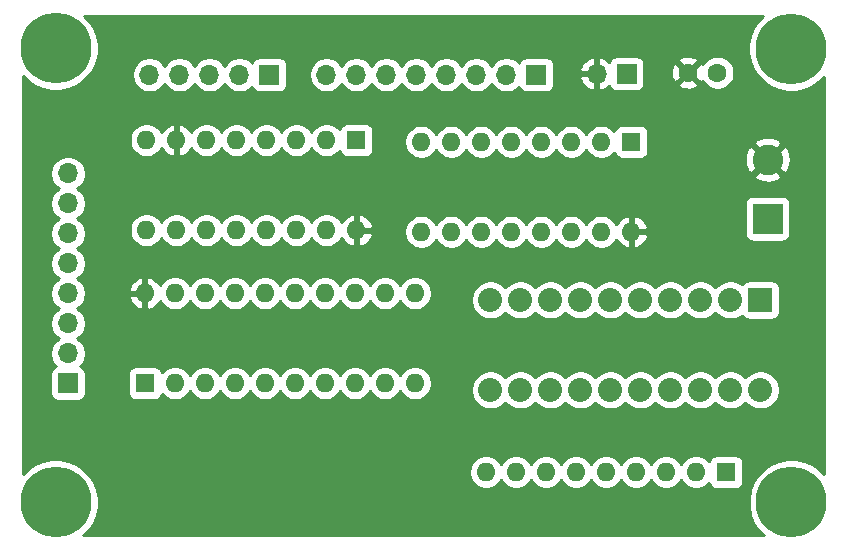
<source format=gbr>
%TF.GenerationSoftware,KiCad,Pcbnew,(5.1.9-0-10_14)*%
%TF.CreationDate,2021-06-13T16:28:19-04:00*%
%TF.ProjectId,COUNTER,434f554e-5445-4522-9e6b-696361645f70,rev?*%
%TF.SameCoordinates,Original*%
%TF.FileFunction,Copper,L3,Inr*%
%TF.FilePolarity,Positive*%
%FSLAX46Y46*%
G04 Gerber Fmt 4.6, Leading zero omitted, Abs format (unit mm)*
G04 Created by KiCad (PCBNEW (5.1.9-0-10_14)) date 2021-06-13 16:28:19*
%MOMM*%
%LPD*%
G01*
G04 APERTURE LIST*
%TA.AperFunction,ComponentPad*%
%ADD10O,1.700000X1.700000*%
%TD*%
%TA.AperFunction,ComponentPad*%
%ADD11R,1.700000X1.700000*%
%TD*%
%TA.AperFunction,ComponentPad*%
%ADD12C,0.800000*%
%TD*%
%TA.AperFunction,ComponentPad*%
%ADD13C,6.000000*%
%TD*%
%TA.AperFunction,ComponentPad*%
%ADD14O,1.600000X1.600000*%
%TD*%
%TA.AperFunction,ComponentPad*%
%ADD15R,1.600000X1.600000*%
%TD*%
%TA.AperFunction,ComponentPad*%
%ADD16C,2.032000*%
%TD*%
%TA.AperFunction,ComponentPad*%
%ADD17R,2.032000X2.032000*%
%TD*%
%TA.AperFunction,ComponentPad*%
%ADD18C,2.600000*%
%TD*%
%TA.AperFunction,ComponentPad*%
%ADD19R,2.600000X2.600000*%
%TD*%
%TA.AperFunction,ComponentPad*%
%ADD20C,1.600000*%
%TD*%
%TA.AperFunction,Conductor*%
%ADD21C,0.254000*%
%TD*%
%TA.AperFunction,Conductor*%
%ADD22C,0.100000*%
%TD*%
G04 APERTURE END LIST*
D10*
%TO.N,CE*%
%TO.C,J22*%
X88135500Y-36806000D03*
%TO.N,OE*%
X90675500Y-36806000D03*
%TO.N,CLOCK*%
X93215500Y-36806000D03*
%TO.N,RESET*%
X95755500Y-36806000D03*
D11*
%TO.N,JUMP*%
X98295500Y-36806000D03*
%TD*%
D12*
%TO.N,N/C*%
%TO.C,REF\u002A\u002A*%
X144082490Y-71427510D03*
X142491500Y-70768500D03*
X140900510Y-71427510D03*
X140241500Y-73018500D03*
X140900510Y-74609490D03*
X142491500Y-75268500D03*
X144082490Y-74609490D03*
X144741500Y-73018500D03*
D13*
X142491500Y-73018500D03*
%TD*%
%TO.N,N/C*%
%TO.C,REF\u002A\u002A*%
X80191500Y-73008500D03*
D12*
X82441500Y-73008500D03*
X81782490Y-74599490D03*
X80191500Y-75258500D03*
X78600510Y-74599490D03*
X77941500Y-73008500D03*
X78600510Y-71417510D03*
X80191500Y-70758500D03*
X81782490Y-71417510D03*
%TD*%
D13*
%TO.N,N/C*%
%TO.C,REF\u002A\u002A*%
X142461500Y-34608500D03*
D12*
X144711500Y-34608500D03*
X144052490Y-36199490D03*
X142461500Y-36858500D03*
X140870510Y-36199490D03*
X140211500Y-34608500D03*
X140870510Y-33017510D03*
X142461500Y-32358500D03*
X144052490Y-33017510D03*
%TD*%
%TO.N,N/C*%
%TO.C,REF\u002A\u002A*%
X81782490Y-32957510D03*
X80191500Y-32298500D03*
X78600510Y-32957510D03*
X77941500Y-34548500D03*
X78600510Y-36139490D03*
X80191500Y-36798500D03*
X81782490Y-36139490D03*
X82441500Y-34548500D03*
D13*
X80191500Y-34548500D03*
%TD*%
D14*
%TO.N,Net-(BAR1-Pad13)*%
%TO.C,RN1*%
X116641500Y-70458500D03*
%TO.N,Net-(BAR1-Pad14)*%
X119181500Y-70458500D03*
%TO.N,Net-(BAR1-Pad15)*%
X121721500Y-70458500D03*
%TO.N,Net-(BAR1-Pad16)*%
X124261500Y-70458500D03*
%TO.N,Net-(BAR1-Pad17)*%
X126801500Y-70458500D03*
%TO.N,Net-(BAR1-Pad18)*%
X129341500Y-70458500D03*
%TO.N,Net-(BAR1-Pad19)*%
X131881500Y-70458500D03*
%TO.N,Net-(BAR1-Pad20)*%
X134421500Y-70458500D03*
D15*
%TO.N,GND*%
X136961500Y-70458500D03*
%TD*%
D16*
%TO.N,Net-(BAR1-Pad20)*%
%TO.C,BAR1*%
X139871500Y-63498500D03*
%TO.N,Net-(BAR1-Pad19)*%
X137331500Y-63498500D03*
%TO.N,Net-(BAR1-Pad18)*%
X134791500Y-63498500D03*
%TO.N,Net-(BAR1-Pad17)*%
X132251500Y-63498500D03*
%TO.N,Net-(BAR1-Pad9)*%
X119551500Y-55878500D03*
%TO.N,Net-(BAR1-Pad10)*%
X117011500Y-55878500D03*
%TO.N,Net-(BAR1-Pad11)*%
X117011500Y-63498500D03*
%TO.N,Net-(BAR1-Pad12)*%
X119551500Y-63498500D03*
%TO.N,Net-(BAR1-Pad8)*%
X122091500Y-55878500D03*
%TO.N,Net-(BAR1-Pad7)*%
X124631500Y-55878500D03*
%TO.N,Net-(BAR1-Pad6)*%
X127171500Y-55878500D03*
%TO.N,Net-(BAR1-Pad5)*%
X129711500Y-55878500D03*
%TO.N,Net-(BAR1-Pad16)*%
X129711500Y-63498500D03*
%TO.N,Net-(BAR1-Pad15)*%
X127171500Y-63498500D03*
%TO.N,Net-(BAR1-Pad14)*%
X124631500Y-63498500D03*
%TO.N,Net-(BAR1-Pad13)*%
X122091500Y-63498500D03*
%TO.N,Net-(BAR1-Pad4)*%
X132251500Y-55878500D03*
%TO.N,Net-(BAR1-Pad3)*%
X134791500Y-55878500D03*
%TO.N,Net-(BAR1-Pad2)*%
X137331500Y-55878500D03*
D17*
%TO.N,Net-(BAR1-Pad1)*%
X139871500Y-55878500D03*
%TD*%
D18*
%TO.N,VCC*%
%TO.C,J1*%
X140471500Y-43998500D03*
D19*
%TO.N,GND*%
X140471500Y-48998500D03*
%TD*%
D10*
%TO.N,D8*%
%TO.C,J23*%
X103121500Y-36806000D03*
%TO.N,D7*%
X105661500Y-36806000D03*
%TO.N,D6*%
X108201500Y-36806000D03*
%TO.N,D5*%
X110741500Y-36806000D03*
%TO.N,D4*%
X113281500Y-36806000D03*
%TO.N,D3*%
X115821500Y-36806000D03*
%TO.N,D2*%
X118361500Y-36806000D03*
D11*
%TO.N,D1*%
X120901500Y-36806000D03*
%TD*%
D10*
%TO.N,Y1*%
%TO.C,J24*%
X81244000Y-45168500D03*
%TO.N,Y2*%
X81244000Y-47708500D03*
%TO.N,Y3*%
X81244000Y-50248500D03*
%TO.N,Y4*%
X81244000Y-52788500D03*
%TO.N,Y5*%
X81244000Y-55328500D03*
%TO.N,Y6*%
X81244000Y-57868500D03*
%TO.N,Y7*%
X81244000Y-60408500D03*
D11*
%TO.N,Y8*%
X81244000Y-62948500D03*
%TD*%
D14*
%TO.N,VCC*%
%TO.C,U14*%
X128936000Y-50101500D03*
%TO.N,GND*%
X111156000Y-42481500D03*
%TO.N,Net-(U12-Pad10)*%
X126396000Y-50101500D03*
%TO.N,CE*%
X113696000Y-42481500D03*
%TO.N,Net-(BAR1-Pad1)*%
X123856000Y-50101500D03*
%TO.N,D4*%
X116236000Y-42481500D03*
%TO.N,Net-(BAR1-Pad2)*%
X121316000Y-50101500D03*
%TO.N,D3*%
X118776000Y-42481500D03*
%TO.N,Net-(BAR1-Pad3)*%
X118776000Y-50101500D03*
%TO.N,D2*%
X121316000Y-42481500D03*
%TO.N,Net-(BAR1-Pad4)*%
X116236000Y-50101500D03*
%TO.N,D1*%
X123856000Y-42481500D03*
%TO.N,CE*%
X113696000Y-50101500D03*
%TO.N,CLOCK*%
X126396000Y-42481500D03*
%TO.N,JUMP*%
X111156000Y-50101500D03*
D15*
%TO.N,RESET*%
X128936000Y-42481500D03*
%TD*%
D14*
%TO.N,VCC*%
%TO.C,U47*%
X87757000Y-55308500D03*
%TO.N,GND*%
X110617000Y-62928500D03*
%TO.N,OE*%
X90297000Y-55308500D03*
%TO.N,Y1*%
X108077000Y-62928500D03*
%TO.N,Net-(BAR1-Pad8)*%
X92837000Y-55308500D03*
%TO.N,Y2*%
X105537000Y-62928500D03*
%TO.N,Net-(BAR1-Pad7)*%
X95377000Y-55308500D03*
%TO.N,Y3*%
X102997000Y-62928500D03*
%TO.N,Net-(BAR1-Pad6)*%
X97917000Y-55308500D03*
%TO.N,Y4*%
X100457000Y-62928500D03*
%TO.N,Net-(BAR1-Pad5)*%
X100457000Y-55308500D03*
%TO.N,Y5*%
X97917000Y-62928500D03*
%TO.N,Net-(BAR1-Pad4)*%
X102997000Y-55308500D03*
%TO.N,Y6*%
X95377000Y-62928500D03*
%TO.N,Net-(BAR1-Pad3)*%
X105537000Y-55308500D03*
%TO.N,Y7*%
X92837000Y-62928500D03*
%TO.N,Net-(BAR1-Pad2)*%
X108077000Y-55308500D03*
%TO.N,Y8*%
X90297000Y-62928500D03*
%TO.N,Net-(BAR1-Pad1)*%
X110617000Y-55308500D03*
D15*
%TO.N,GND*%
X87757000Y-62928500D03*
%TD*%
D14*
%TO.N,VCC*%
%TO.C,U12*%
X105664000Y-49974500D03*
%TO.N,GND*%
X87884000Y-42354500D03*
%TO.N,Net-(U12-Pad15)*%
X103124000Y-49974500D03*
%TO.N,VCC*%
X90424000Y-42354500D03*
%TO.N,Net-(BAR1-Pad5)*%
X100584000Y-49974500D03*
%TO.N,D8*%
X92964000Y-42354500D03*
%TO.N,Net-(BAR1-Pad6)*%
X98044000Y-49974500D03*
%TO.N,D7*%
X95504000Y-42354500D03*
%TO.N,Net-(BAR1-Pad7)*%
X95504000Y-49974500D03*
%TO.N,D6*%
X98044000Y-42354500D03*
%TO.N,Net-(BAR1-Pad8)*%
X92964000Y-49974500D03*
%TO.N,D5*%
X100584000Y-42354500D03*
%TO.N,Net-(U12-Pad10)*%
X90424000Y-49974500D03*
%TO.N,CLOCK*%
X103124000Y-42354500D03*
%TO.N,JUMP*%
X87884000Y-49974500D03*
D15*
%TO.N,RESET*%
X105664000Y-42354500D03*
%TD*%
D10*
%TO.N,VCC*%
%TO.C,J10*%
X125989000Y-36719500D03*
D11*
%TO.N,GND*%
X128529000Y-36719500D03*
%TD*%
D20*
%TO.N,GND*%
%TO.C,C10*%
X136231500Y-36628500D03*
%TO.N,VCC*%
X133731500Y-36628500D03*
%TD*%
D21*
%TO.N,VCC*%
X139638011Y-32291323D02*
X139240205Y-32886682D01*
X138966191Y-33548210D01*
X138826500Y-34250484D01*
X138826500Y-34966516D01*
X138966191Y-35668790D01*
X139240205Y-36330318D01*
X139638011Y-36925677D01*
X140144323Y-37431989D01*
X140739682Y-37829795D01*
X141401210Y-38103809D01*
X142103484Y-38243500D01*
X142819516Y-38243500D01*
X143521790Y-38103809D01*
X144183318Y-37829795D01*
X144778677Y-37431989D01*
X145221500Y-36989166D01*
X145221501Y-70607835D01*
X144808677Y-70195011D01*
X144213318Y-69797205D01*
X143551790Y-69523191D01*
X142849516Y-69383500D01*
X142133484Y-69383500D01*
X141431210Y-69523191D01*
X140769682Y-69797205D01*
X140174323Y-70195011D01*
X139668011Y-70701323D01*
X139270205Y-71296682D01*
X138996191Y-71958210D01*
X138856500Y-72660484D01*
X138856500Y-73376516D01*
X138996191Y-74078790D01*
X139270205Y-74740318D01*
X139668011Y-75335677D01*
X140130834Y-75798500D01*
X82542166Y-75798500D01*
X83014989Y-75325677D01*
X83412795Y-74730318D01*
X83686809Y-74068790D01*
X83826500Y-73366516D01*
X83826500Y-72650484D01*
X83686809Y-71948210D01*
X83412795Y-71286682D01*
X83014989Y-70691323D01*
X82640831Y-70317165D01*
X115206500Y-70317165D01*
X115206500Y-70599835D01*
X115261647Y-70877074D01*
X115369820Y-71138227D01*
X115526863Y-71373259D01*
X115726741Y-71573137D01*
X115961773Y-71730180D01*
X116222926Y-71838353D01*
X116500165Y-71893500D01*
X116782835Y-71893500D01*
X117060074Y-71838353D01*
X117321227Y-71730180D01*
X117556259Y-71573137D01*
X117756137Y-71373259D01*
X117911500Y-71140741D01*
X118066863Y-71373259D01*
X118266741Y-71573137D01*
X118501773Y-71730180D01*
X118762926Y-71838353D01*
X119040165Y-71893500D01*
X119322835Y-71893500D01*
X119600074Y-71838353D01*
X119861227Y-71730180D01*
X120096259Y-71573137D01*
X120296137Y-71373259D01*
X120451500Y-71140741D01*
X120606863Y-71373259D01*
X120806741Y-71573137D01*
X121041773Y-71730180D01*
X121302926Y-71838353D01*
X121580165Y-71893500D01*
X121862835Y-71893500D01*
X122140074Y-71838353D01*
X122401227Y-71730180D01*
X122636259Y-71573137D01*
X122836137Y-71373259D01*
X122991500Y-71140741D01*
X123146863Y-71373259D01*
X123346741Y-71573137D01*
X123581773Y-71730180D01*
X123842926Y-71838353D01*
X124120165Y-71893500D01*
X124402835Y-71893500D01*
X124680074Y-71838353D01*
X124941227Y-71730180D01*
X125176259Y-71573137D01*
X125376137Y-71373259D01*
X125531500Y-71140741D01*
X125686863Y-71373259D01*
X125886741Y-71573137D01*
X126121773Y-71730180D01*
X126382926Y-71838353D01*
X126660165Y-71893500D01*
X126942835Y-71893500D01*
X127220074Y-71838353D01*
X127481227Y-71730180D01*
X127716259Y-71573137D01*
X127916137Y-71373259D01*
X128071500Y-71140741D01*
X128226863Y-71373259D01*
X128426741Y-71573137D01*
X128661773Y-71730180D01*
X128922926Y-71838353D01*
X129200165Y-71893500D01*
X129482835Y-71893500D01*
X129760074Y-71838353D01*
X130021227Y-71730180D01*
X130256259Y-71573137D01*
X130456137Y-71373259D01*
X130611500Y-71140741D01*
X130766863Y-71373259D01*
X130966741Y-71573137D01*
X131201773Y-71730180D01*
X131462926Y-71838353D01*
X131740165Y-71893500D01*
X132022835Y-71893500D01*
X132300074Y-71838353D01*
X132561227Y-71730180D01*
X132796259Y-71573137D01*
X132996137Y-71373259D01*
X133151500Y-71140741D01*
X133306863Y-71373259D01*
X133506741Y-71573137D01*
X133741773Y-71730180D01*
X134002926Y-71838353D01*
X134280165Y-71893500D01*
X134562835Y-71893500D01*
X134840074Y-71838353D01*
X135101227Y-71730180D01*
X135336259Y-71573137D01*
X135534857Y-71374539D01*
X135535688Y-71382982D01*
X135571998Y-71502680D01*
X135630963Y-71612994D01*
X135710315Y-71709685D01*
X135807006Y-71789037D01*
X135917320Y-71848002D01*
X136037018Y-71884312D01*
X136161500Y-71896572D01*
X137761500Y-71896572D01*
X137885982Y-71884312D01*
X138005680Y-71848002D01*
X138115994Y-71789037D01*
X138212685Y-71709685D01*
X138292037Y-71612994D01*
X138351002Y-71502680D01*
X138387312Y-71382982D01*
X138399572Y-71258500D01*
X138399572Y-69658500D01*
X138387312Y-69534018D01*
X138351002Y-69414320D01*
X138292037Y-69304006D01*
X138212685Y-69207315D01*
X138115994Y-69127963D01*
X138005680Y-69068998D01*
X137885982Y-69032688D01*
X137761500Y-69020428D01*
X136161500Y-69020428D01*
X136037018Y-69032688D01*
X135917320Y-69068998D01*
X135807006Y-69127963D01*
X135710315Y-69207315D01*
X135630963Y-69304006D01*
X135571998Y-69414320D01*
X135535688Y-69534018D01*
X135534857Y-69542461D01*
X135336259Y-69343863D01*
X135101227Y-69186820D01*
X134840074Y-69078647D01*
X134562835Y-69023500D01*
X134280165Y-69023500D01*
X134002926Y-69078647D01*
X133741773Y-69186820D01*
X133506741Y-69343863D01*
X133306863Y-69543741D01*
X133151500Y-69776259D01*
X132996137Y-69543741D01*
X132796259Y-69343863D01*
X132561227Y-69186820D01*
X132300074Y-69078647D01*
X132022835Y-69023500D01*
X131740165Y-69023500D01*
X131462926Y-69078647D01*
X131201773Y-69186820D01*
X130966741Y-69343863D01*
X130766863Y-69543741D01*
X130611500Y-69776259D01*
X130456137Y-69543741D01*
X130256259Y-69343863D01*
X130021227Y-69186820D01*
X129760074Y-69078647D01*
X129482835Y-69023500D01*
X129200165Y-69023500D01*
X128922926Y-69078647D01*
X128661773Y-69186820D01*
X128426741Y-69343863D01*
X128226863Y-69543741D01*
X128071500Y-69776259D01*
X127916137Y-69543741D01*
X127716259Y-69343863D01*
X127481227Y-69186820D01*
X127220074Y-69078647D01*
X126942835Y-69023500D01*
X126660165Y-69023500D01*
X126382926Y-69078647D01*
X126121773Y-69186820D01*
X125886741Y-69343863D01*
X125686863Y-69543741D01*
X125531500Y-69776259D01*
X125376137Y-69543741D01*
X125176259Y-69343863D01*
X124941227Y-69186820D01*
X124680074Y-69078647D01*
X124402835Y-69023500D01*
X124120165Y-69023500D01*
X123842926Y-69078647D01*
X123581773Y-69186820D01*
X123346741Y-69343863D01*
X123146863Y-69543741D01*
X122991500Y-69776259D01*
X122836137Y-69543741D01*
X122636259Y-69343863D01*
X122401227Y-69186820D01*
X122140074Y-69078647D01*
X121862835Y-69023500D01*
X121580165Y-69023500D01*
X121302926Y-69078647D01*
X121041773Y-69186820D01*
X120806741Y-69343863D01*
X120606863Y-69543741D01*
X120451500Y-69776259D01*
X120296137Y-69543741D01*
X120096259Y-69343863D01*
X119861227Y-69186820D01*
X119600074Y-69078647D01*
X119322835Y-69023500D01*
X119040165Y-69023500D01*
X118762926Y-69078647D01*
X118501773Y-69186820D01*
X118266741Y-69343863D01*
X118066863Y-69543741D01*
X117911500Y-69776259D01*
X117756137Y-69543741D01*
X117556259Y-69343863D01*
X117321227Y-69186820D01*
X117060074Y-69078647D01*
X116782835Y-69023500D01*
X116500165Y-69023500D01*
X116222926Y-69078647D01*
X115961773Y-69186820D01*
X115726741Y-69343863D01*
X115526863Y-69543741D01*
X115369820Y-69778773D01*
X115261647Y-70039926D01*
X115206500Y-70317165D01*
X82640831Y-70317165D01*
X82508677Y-70185011D01*
X81913318Y-69787205D01*
X81251790Y-69513191D01*
X80549516Y-69373500D01*
X79833484Y-69373500D01*
X79131210Y-69513191D01*
X78469682Y-69787205D01*
X77874323Y-70185011D01*
X77451500Y-70607834D01*
X77451500Y-62098500D01*
X79755928Y-62098500D01*
X79755928Y-63798500D01*
X79768188Y-63922982D01*
X79804498Y-64042680D01*
X79863463Y-64152994D01*
X79942815Y-64249685D01*
X80039506Y-64329037D01*
X80149820Y-64388002D01*
X80269518Y-64424312D01*
X80394000Y-64436572D01*
X82094000Y-64436572D01*
X82218482Y-64424312D01*
X82338180Y-64388002D01*
X82448494Y-64329037D01*
X82545185Y-64249685D01*
X82624537Y-64152994D01*
X82683502Y-64042680D01*
X82719812Y-63922982D01*
X82732072Y-63798500D01*
X82732072Y-62128500D01*
X86318928Y-62128500D01*
X86318928Y-63728500D01*
X86331188Y-63852982D01*
X86367498Y-63972680D01*
X86426463Y-64082994D01*
X86505815Y-64179685D01*
X86602506Y-64259037D01*
X86712820Y-64318002D01*
X86832518Y-64354312D01*
X86957000Y-64366572D01*
X88557000Y-64366572D01*
X88681482Y-64354312D01*
X88801180Y-64318002D01*
X88911494Y-64259037D01*
X89008185Y-64179685D01*
X89087537Y-64082994D01*
X89146502Y-63972680D01*
X89182812Y-63852982D01*
X89183643Y-63844539D01*
X89382241Y-64043137D01*
X89617273Y-64200180D01*
X89878426Y-64308353D01*
X90155665Y-64363500D01*
X90438335Y-64363500D01*
X90715574Y-64308353D01*
X90976727Y-64200180D01*
X91211759Y-64043137D01*
X91411637Y-63843259D01*
X91567000Y-63610741D01*
X91722363Y-63843259D01*
X91922241Y-64043137D01*
X92157273Y-64200180D01*
X92418426Y-64308353D01*
X92695665Y-64363500D01*
X92978335Y-64363500D01*
X93255574Y-64308353D01*
X93516727Y-64200180D01*
X93751759Y-64043137D01*
X93951637Y-63843259D01*
X94107000Y-63610741D01*
X94262363Y-63843259D01*
X94462241Y-64043137D01*
X94697273Y-64200180D01*
X94958426Y-64308353D01*
X95235665Y-64363500D01*
X95518335Y-64363500D01*
X95795574Y-64308353D01*
X96056727Y-64200180D01*
X96291759Y-64043137D01*
X96491637Y-63843259D01*
X96647000Y-63610741D01*
X96802363Y-63843259D01*
X97002241Y-64043137D01*
X97237273Y-64200180D01*
X97498426Y-64308353D01*
X97775665Y-64363500D01*
X98058335Y-64363500D01*
X98335574Y-64308353D01*
X98596727Y-64200180D01*
X98831759Y-64043137D01*
X99031637Y-63843259D01*
X99187000Y-63610741D01*
X99342363Y-63843259D01*
X99542241Y-64043137D01*
X99777273Y-64200180D01*
X100038426Y-64308353D01*
X100315665Y-64363500D01*
X100598335Y-64363500D01*
X100875574Y-64308353D01*
X101136727Y-64200180D01*
X101371759Y-64043137D01*
X101571637Y-63843259D01*
X101727000Y-63610741D01*
X101882363Y-63843259D01*
X102082241Y-64043137D01*
X102317273Y-64200180D01*
X102578426Y-64308353D01*
X102855665Y-64363500D01*
X103138335Y-64363500D01*
X103415574Y-64308353D01*
X103676727Y-64200180D01*
X103911759Y-64043137D01*
X104111637Y-63843259D01*
X104267000Y-63610741D01*
X104422363Y-63843259D01*
X104622241Y-64043137D01*
X104857273Y-64200180D01*
X105118426Y-64308353D01*
X105395665Y-64363500D01*
X105678335Y-64363500D01*
X105955574Y-64308353D01*
X106216727Y-64200180D01*
X106451759Y-64043137D01*
X106651637Y-63843259D01*
X106807000Y-63610741D01*
X106962363Y-63843259D01*
X107162241Y-64043137D01*
X107397273Y-64200180D01*
X107658426Y-64308353D01*
X107935665Y-64363500D01*
X108218335Y-64363500D01*
X108495574Y-64308353D01*
X108756727Y-64200180D01*
X108991759Y-64043137D01*
X109191637Y-63843259D01*
X109347000Y-63610741D01*
X109502363Y-63843259D01*
X109702241Y-64043137D01*
X109937273Y-64200180D01*
X110198426Y-64308353D01*
X110475665Y-64363500D01*
X110758335Y-64363500D01*
X111035574Y-64308353D01*
X111296727Y-64200180D01*
X111531759Y-64043137D01*
X111731637Y-63843259D01*
X111888680Y-63608227D01*
X111996853Y-63347074D01*
X111999077Y-63335891D01*
X115360500Y-63335891D01*
X115360500Y-63661109D01*
X115423947Y-63980079D01*
X115548403Y-64280542D01*
X115729085Y-64550951D01*
X115959049Y-64780915D01*
X116229458Y-64961597D01*
X116529921Y-65086053D01*
X116848891Y-65149500D01*
X117174109Y-65149500D01*
X117493079Y-65086053D01*
X117793542Y-64961597D01*
X118063951Y-64780915D01*
X118281500Y-64563366D01*
X118499049Y-64780915D01*
X118769458Y-64961597D01*
X119069921Y-65086053D01*
X119388891Y-65149500D01*
X119714109Y-65149500D01*
X120033079Y-65086053D01*
X120333542Y-64961597D01*
X120603951Y-64780915D01*
X120821500Y-64563366D01*
X121039049Y-64780915D01*
X121309458Y-64961597D01*
X121609921Y-65086053D01*
X121928891Y-65149500D01*
X122254109Y-65149500D01*
X122573079Y-65086053D01*
X122873542Y-64961597D01*
X123143951Y-64780915D01*
X123361500Y-64563366D01*
X123579049Y-64780915D01*
X123849458Y-64961597D01*
X124149921Y-65086053D01*
X124468891Y-65149500D01*
X124794109Y-65149500D01*
X125113079Y-65086053D01*
X125413542Y-64961597D01*
X125683951Y-64780915D01*
X125901500Y-64563366D01*
X126119049Y-64780915D01*
X126389458Y-64961597D01*
X126689921Y-65086053D01*
X127008891Y-65149500D01*
X127334109Y-65149500D01*
X127653079Y-65086053D01*
X127953542Y-64961597D01*
X128223951Y-64780915D01*
X128441500Y-64563366D01*
X128659049Y-64780915D01*
X128929458Y-64961597D01*
X129229921Y-65086053D01*
X129548891Y-65149500D01*
X129874109Y-65149500D01*
X130193079Y-65086053D01*
X130493542Y-64961597D01*
X130763951Y-64780915D01*
X130981500Y-64563366D01*
X131199049Y-64780915D01*
X131469458Y-64961597D01*
X131769921Y-65086053D01*
X132088891Y-65149500D01*
X132414109Y-65149500D01*
X132733079Y-65086053D01*
X133033542Y-64961597D01*
X133303951Y-64780915D01*
X133521500Y-64563366D01*
X133739049Y-64780915D01*
X134009458Y-64961597D01*
X134309921Y-65086053D01*
X134628891Y-65149500D01*
X134954109Y-65149500D01*
X135273079Y-65086053D01*
X135573542Y-64961597D01*
X135843951Y-64780915D01*
X136061500Y-64563366D01*
X136279049Y-64780915D01*
X136549458Y-64961597D01*
X136849921Y-65086053D01*
X137168891Y-65149500D01*
X137494109Y-65149500D01*
X137813079Y-65086053D01*
X138113542Y-64961597D01*
X138383951Y-64780915D01*
X138601500Y-64563366D01*
X138819049Y-64780915D01*
X139089458Y-64961597D01*
X139389921Y-65086053D01*
X139708891Y-65149500D01*
X140034109Y-65149500D01*
X140353079Y-65086053D01*
X140653542Y-64961597D01*
X140923951Y-64780915D01*
X141153915Y-64550951D01*
X141334597Y-64280542D01*
X141459053Y-63980079D01*
X141522500Y-63661109D01*
X141522500Y-63335891D01*
X141459053Y-63016921D01*
X141334597Y-62716458D01*
X141153915Y-62446049D01*
X140923951Y-62216085D01*
X140653542Y-62035403D01*
X140353079Y-61910947D01*
X140034109Y-61847500D01*
X139708891Y-61847500D01*
X139389921Y-61910947D01*
X139089458Y-62035403D01*
X138819049Y-62216085D01*
X138601500Y-62433634D01*
X138383951Y-62216085D01*
X138113542Y-62035403D01*
X137813079Y-61910947D01*
X137494109Y-61847500D01*
X137168891Y-61847500D01*
X136849921Y-61910947D01*
X136549458Y-62035403D01*
X136279049Y-62216085D01*
X136061500Y-62433634D01*
X135843951Y-62216085D01*
X135573542Y-62035403D01*
X135273079Y-61910947D01*
X134954109Y-61847500D01*
X134628891Y-61847500D01*
X134309921Y-61910947D01*
X134009458Y-62035403D01*
X133739049Y-62216085D01*
X133521500Y-62433634D01*
X133303951Y-62216085D01*
X133033542Y-62035403D01*
X132733079Y-61910947D01*
X132414109Y-61847500D01*
X132088891Y-61847500D01*
X131769921Y-61910947D01*
X131469458Y-62035403D01*
X131199049Y-62216085D01*
X130981500Y-62433634D01*
X130763951Y-62216085D01*
X130493542Y-62035403D01*
X130193079Y-61910947D01*
X129874109Y-61847500D01*
X129548891Y-61847500D01*
X129229921Y-61910947D01*
X128929458Y-62035403D01*
X128659049Y-62216085D01*
X128441500Y-62433634D01*
X128223951Y-62216085D01*
X127953542Y-62035403D01*
X127653079Y-61910947D01*
X127334109Y-61847500D01*
X127008891Y-61847500D01*
X126689921Y-61910947D01*
X126389458Y-62035403D01*
X126119049Y-62216085D01*
X125901500Y-62433634D01*
X125683951Y-62216085D01*
X125413542Y-62035403D01*
X125113079Y-61910947D01*
X124794109Y-61847500D01*
X124468891Y-61847500D01*
X124149921Y-61910947D01*
X123849458Y-62035403D01*
X123579049Y-62216085D01*
X123361500Y-62433634D01*
X123143951Y-62216085D01*
X122873542Y-62035403D01*
X122573079Y-61910947D01*
X122254109Y-61847500D01*
X121928891Y-61847500D01*
X121609921Y-61910947D01*
X121309458Y-62035403D01*
X121039049Y-62216085D01*
X120821500Y-62433634D01*
X120603951Y-62216085D01*
X120333542Y-62035403D01*
X120033079Y-61910947D01*
X119714109Y-61847500D01*
X119388891Y-61847500D01*
X119069921Y-61910947D01*
X118769458Y-62035403D01*
X118499049Y-62216085D01*
X118281500Y-62433634D01*
X118063951Y-62216085D01*
X117793542Y-62035403D01*
X117493079Y-61910947D01*
X117174109Y-61847500D01*
X116848891Y-61847500D01*
X116529921Y-61910947D01*
X116229458Y-62035403D01*
X115959049Y-62216085D01*
X115729085Y-62446049D01*
X115548403Y-62716458D01*
X115423947Y-63016921D01*
X115360500Y-63335891D01*
X111999077Y-63335891D01*
X112052000Y-63069835D01*
X112052000Y-62787165D01*
X111996853Y-62509926D01*
X111888680Y-62248773D01*
X111731637Y-62013741D01*
X111531759Y-61813863D01*
X111296727Y-61656820D01*
X111035574Y-61548647D01*
X110758335Y-61493500D01*
X110475665Y-61493500D01*
X110198426Y-61548647D01*
X109937273Y-61656820D01*
X109702241Y-61813863D01*
X109502363Y-62013741D01*
X109347000Y-62246259D01*
X109191637Y-62013741D01*
X108991759Y-61813863D01*
X108756727Y-61656820D01*
X108495574Y-61548647D01*
X108218335Y-61493500D01*
X107935665Y-61493500D01*
X107658426Y-61548647D01*
X107397273Y-61656820D01*
X107162241Y-61813863D01*
X106962363Y-62013741D01*
X106807000Y-62246259D01*
X106651637Y-62013741D01*
X106451759Y-61813863D01*
X106216727Y-61656820D01*
X105955574Y-61548647D01*
X105678335Y-61493500D01*
X105395665Y-61493500D01*
X105118426Y-61548647D01*
X104857273Y-61656820D01*
X104622241Y-61813863D01*
X104422363Y-62013741D01*
X104267000Y-62246259D01*
X104111637Y-62013741D01*
X103911759Y-61813863D01*
X103676727Y-61656820D01*
X103415574Y-61548647D01*
X103138335Y-61493500D01*
X102855665Y-61493500D01*
X102578426Y-61548647D01*
X102317273Y-61656820D01*
X102082241Y-61813863D01*
X101882363Y-62013741D01*
X101727000Y-62246259D01*
X101571637Y-62013741D01*
X101371759Y-61813863D01*
X101136727Y-61656820D01*
X100875574Y-61548647D01*
X100598335Y-61493500D01*
X100315665Y-61493500D01*
X100038426Y-61548647D01*
X99777273Y-61656820D01*
X99542241Y-61813863D01*
X99342363Y-62013741D01*
X99187000Y-62246259D01*
X99031637Y-62013741D01*
X98831759Y-61813863D01*
X98596727Y-61656820D01*
X98335574Y-61548647D01*
X98058335Y-61493500D01*
X97775665Y-61493500D01*
X97498426Y-61548647D01*
X97237273Y-61656820D01*
X97002241Y-61813863D01*
X96802363Y-62013741D01*
X96647000Y-62246259D01*
X96491637Y-62013741D01*
X96291759Y-61813863D01*
X96056727Y-61656820D01*
X95795574Y-61548647D01*
X95518335Y-61493500D01*
X95235665Y-61493500D01*
X94958426Y-61548647D01*
X94697273Y-61656820D01*
X94462241Y-61813863D01*
X94262363Y-62013741D01*
X94107000Y-62246259D01*
X93951637Y-62013741D01*
X93751759Y-61813863D01*
X93516727Y-61656820D01*
X93255574Y-61548647D01*
X92978335Y-61493500D01*
X92695665Y-61493500D01*
X92418426Y-61548647D01*
X92157273Y-61656820D01*
X91922241Y-61813863D01*
X91722363Y-62013741D01*
X91567000Y-62246259D01*
X91411637Y-62013741D01*
X91211759Y-61813863D01*
X90976727Y-61656820D01*
X90715574Y-61548647D01*
X90438335Y-61493500D01*
X90155665Y-61493500D01*
X89878426Y-61548647D01*
X89617273Y-61656820D01*
X89382241Y-61813863D01*
X89183643Y-62012461D01*
X89182812Y-62004018D01*
X89146502Y-61884320D01*
X89087537Y-61774006D01*
X89008185Y-61677315D01*
X88911494Y-61597963D01*
X88801180Y-61538998D01*
X88681482Y-61502688D01*
X88557000Y-61490428D01*
X86957000Y-61490428D01*
X86832518Y-61502688D01*
X86712820Y-61538998D01*
X86602506Y-61597963D01*
X86505815Y-61677315D01*
X86426463Y-61774006D01*
X86367498Y-61884320D01*
X86331188Y-62004018D01*
X86318928Y-62128500D01*
X82732072Y-62128500D01*
X82732072Y-62098500D01*
X82719812Y-61974018D01*
X82683502Y-61854320D01*
X82624537Y-61744006D01*
X82545185Y-61647315D01*
X82448494Y-61567963D01*
X82338180Y-61508998D01*
X82265620Y-61486987D01*
X82397475Y-61355132D01*
X82559990Y-61111911D01*
X82671932Y-60841658D01*
X82729000Y-60554760D01*
X82729000Y-60262240D01*
X82671932Y-59975342D01*
X82559990Y-59705089D01*
X82397475Y-59461868D01*
X82190632Y-59255025D01*
X82016240Y-59138500D01*
X82190632Y-59021975D01*
X82397475Y-58815132D01*
X82559990Y-58571911D01*
X82671932Y-58301658D01*
X82729000Y-58014760D01*
X82729000Y-57722240D01*
X82671932Y-57435342D01*
X82559990Y-57165089D01*
X82397475Y-56921868D01*
X82190632Y-56715025D01*
X82016240Y-56598500D01*
X82190632Y-56481975D01*
X82397475Y-56275132D01*
X82559990Y-56031911D01*
X82671932Y-55761658D01*
X82692642Y-55657540D01*
X86365091Y-55657540D01*
X86459930Y-55922381D01*
X86604615Y-56163631D01*
X86793586Y-56372019D01*
X87019580Y-56539537D01*
X87273913Y-56659746D01*
X87407961Y-56700404D01*
X87630000Y-56578415D01*
X87630000Y-55435500D01*
X86486376Y-55435500D01*
X86365091Y-55657540D01*
X82692642Y-55657540D01*
X82729000Y-55474760D01*
X82729000Y-55182240D01*
X82684686Y-54959460D01*
X86365091Y-54959460D01*
X86486376Y-55181500D01*
X87630000Y-55181500D01*
X87630000Y-54038585D01*
X87884000Y-54038585D01*
X87884000Y-55181500D01*
X87904000Y-55181500D01*
X87904000Y-55435500D01*
X87884000Y-55435500D01*
X87884000Y-56578415D01*
X88106039Y-56700404D01*
X88240087Y-56659746D01*
X88494420Y-56539537D01*
X88720414Y-56372019D01*
X88909385Y-56163631D01*
X89020933Y-55977635D01*
X89025320Y-55988227D01*
X89182363Y-56223259D01*
X89382241Y-56423137D01*
X89617273Y-56580180D01*
X89878426Y-56688353D01*
X90155665Y-56743500D01*
X90438335Y-56743500D01*
X90715574Y-56688353D01*
X90976727Y-56580180D01*
X91211759Y-56423137D01*
X91411637Y-56223259D01*
X91567000Y-55990741D01*
X91722363Y-56223259D01*
X91922241Y-56423137D01*
X92157273Y-56580180D01*
X92418426Y-56688353D01*
X92695665Y-56743500D01*
X92978335Y-56743500D01*
X93255574Y-56688353D01*
X93516727Y-56580180D01*
X93751759Y-56423137D01*
X93951637Y-56223259D01*
X94107000Y-55990741D01*
X94262363Y-56223259D01*
X94462241Y-56423137D01*
X94697273Y-56580180D01*
X94958426Y-56688353D01*
X95235665Y-56743500D01*
X95518335Y-56743500D01*
X95795574Y-56688353D01*
X96056727Y-56580180D01*
X96291759Y-56423137D01*
X96491637Y-56223259D01*
X96647000Y-55990741D01*
X96802363Y-56223259D01*
X97002241Y-56423137D01*
X97237273Y-56580180D01*
X97498426Y-56688353D01*
X97775665Y-56743500D01*
X98058335Y-56743500D01*
X98335574Y-56688353D01*
X98596727Y-56580180D01*
X98831759Y-56423137D01*
X99031637Y-56223259D01*
X99187000Y-55990741D01*
X99342363Y-56223259D01*
X99542241Y-56423137D01*
X99777273Y-56580180D01*
X100038426Y-56688353D01*
X100315665Y-56743500D01*
X100598335Y-56743500D01*
X100875574Y-56688353D01*
X101136727Y-56580180D01*
X101371759Y-56423137D01*
X101571637Y-56223259D01*
X101727000Y-55990741D01*
X101882363Y-56223259D01*
X102082241Y-56423137D01*
X102317273Y-56580180D01*
X102578426Y-56688353D01*
X102855665Y-56743500D01*
X103138335Y-56743500D01*
X103415574Y-56688353D01*
X103676727Y-56580180D01*
X103911759Y-56423137D01*
X104111637Y-56223259D01*
X104267000Y-55990741D01*
X104422363Y-56223259D01*
X104622241Y-56423137D01*
X104857273Y-56580180D01*
X105118426Y-56688353D01*
X105395665Y-56743500D01*
X105678335Y-56743500D01*
X105955574Y-56688353D01*
X106216727Y-56580180D01*
X106451759Y-56423137D01*
X106651637Y-56223259D01*
X106807000Y-55990741D01*
X106962363Y-56223259D01*
X107162241Y-56423137D01*
X107397273Y-56580180D01*
X107658426Y-56688353D01*
X107935665Y-56743500D01*
X108218335Y-56743500D01*
X108495574Y-56688353D01*
X108756727Y-56580180D01*
X108991759Y-56423137D01*
X109191637Y-56223259D01*
X109347000Y-55990741D01*
X109502363Y-56223259D01*
X109702241Y-56423137D01*
X109937273Y-56580180D01*
X110198426Y-56688353D01*
X110475665Y-56743500D01*
X110758335Y-56743500D01*
X111035574Y-56688353D01*
X111296727Y-56580180D01*
X111531759Y-56423137D01*
X111731637Y-56223259D01*
X111888680Y-55988227D01*
X111996853Y-55727074D01*
X111999077Y-55715891D01*
X115360500Y-55715891D01*
X115360500Y-56041109D01*
X115423947Y-56360079D01*
X115548403Y-56660542D01*
X115729085Y-56930951D01*
X115959049Y-57160915D01*
X116229458Y-57341597D01*
X116529921Y-57466053D01*
X116848891Y-57529500D01*
X117174109Y-57529500D01*
X117493079Y-57466053D01*
X117793542Y-57341597D01*
X118063951Y-57160915D01*
X118281500Y-56943366D01*
X118499049Y-57160915D01*
X118769458Y-57341597D01*
X119069921Y-57466053D01*
X119388891Y-57529500D01*
X119714109Y-57529500D01*
X120033079Y-57466053D01*
X120333542Y-57341597D01*
X120603951Y-57160915D01*
X120821500Y-56943366D01*
X121039049Y-57160915D01*
X121309458Y-57341597D01*
X121609921Y-57466053D01*
X121928891Y-57529500D01*
X122254109Y-57529500D01*
X122573079Y-57466053D01*
X122873542Y-57341597D01*
X123143951Y-57160915D01*
X123361500Y-56943366D01*
X123579049Y-57160915D01*
X123849458Y-57341597D01*
X124149921Y-57466053D01*
X124468891Y-57529500D01*
X124794109Y-57529500D01*
X125113079Y-57466053D01*
X125413542Y-57341597D01*
X125683951Y-57160915D01*
X125901500Y-56943366D01*
X126119049Y-57160915D01*
X126389458Y-57341597D01*
X126689921Y-57466053D01*
X127008891Y-57529500D01*
X127334109Y-57529500D01*
X127653079Y-57466053D01*
X127953542Y-57341597D01*
X128223951Y-57160915D01*
X128441500Y-56943366D01*
X128659049Y-57160915D01*
X128929458Y-57341597D01*
X129229921Y-57466053D01*
X129548891Y-57529500D01*
X129874109Y-57529500D01*
X130193079Y-57466053D01*
X130493542Y-57341597D01*
X130763951Y-57160915D01*
X130981500Y-56943366D01*
X131199049Y-57160915D01*
X131469458Y-57341597D01*
X131769921Y-57466053D01*
X132088891Y-57529500D01*
X132414109Y-57529500D01*
X132733079Y-57466053D01*
X133033542Y-57341597D01*
X133303951Y-57160915D01*
X133521500Y-56943366D01*
X133739049Y-57160915D01*
X134009458Y-57341597D01*
X134309921Y-57466053D01*
X134628891Y-57529500D01*
X134954109Y-57529500D01*
X135273079Y-57466053D01*
X135573542Y-57341597D01*
X135843951Y-57160915D01*
X136061500Y-56943366D01*
X136279049Y-57160915D01*
X136549458Y-57341597D01*
X136849921Y-57466053D01*
X137168891Y-57529500D01*
X137494109Y-57529500D01*
X137813079Y-57466053D01*
X138113542Y-57341597D01*
X138305796Y-57213136D01*
X138324963Y-57248994D01*
X138404315Y-57345685D01*
X138501006Y-57425037D01*
X138611320Y-57484002D01*
X138731018Y-57520312D01*
X138855500Y-57532572D01*
X140887500Y-57532572D01*
X141011982Y-57520312D01*
X141131680Y-57484002D01*
X141241994Y-57425037D01*
X141338685Y-57345685D01*
X141418037Y-57248994D01*
X141477002Y-57138680D01*
X141513312Y-57018982D01*
X141525572Y-56894500D01*
X141525572Y-54862500D01*
X141513312Y-54738018D01*
X141477002Y-54618320D01*
X141418037Y-54508006D01*
X141338685Y-54411315D01*
X141241994Y-54331963D01*
X141131680Y-54272998D01*
X141011982Y-54236688D01*
X140887500Y-54224428D01*
X138855500Y-54224428D01*
X138731018Y-54236688D01*
X138611320Y-54272998D01*
X138501006Y-54331963D01*
X138404315Y-54411315D01*
X138324963Y-54508006D01*
X138305796Y-54543864D01*
X138113542Y-54415403D01*
X137813079Y-54290947D01*
X137494109Y-54227500D01*
X137168891Y-54227500D01*
X136849921Y-54290947D01*
X136549458Y-54415403D01*
X136279049Y-54596085D01*
X136061500Y-54813634D01*
X135843951Y-54596085D01*
X135573542Y-54415403D01*
X135273079Y-54290947D01*
X134954109Y-54227500D01*
X134628891Y-54227500D01*
X134309921Y-54290947D01*
X134009458Y-54415403D01*
X133739049Y-54596085D01*
X133521500Y-54813634D01*
X133303951Y-54596085D01*
X133033542Y-54415403D01*
X132733079Y-54290947D01*
X132414109Y-54227500D01*
X132088891Y-54227500D01*
X131769921Y-54290947D01*
X131469458Y-54415403D01*
X131199049Y-54596085D01*
X130981500Y-54813634D01*
X130763951Y-54596085D01*
X130493542Y-54415403D01*
X130193079Y-54290947D01*
X129874109Y-54227500D01*
X129548891Y-54227500D01*
X129229921Y-54290947D01*
X128929458Y-54415403D01*
X128659049Y-54596085D01*
X128441500Y-54813634D01*
X128223951Y-54596085D01*
X127953542Y-54415403D01*
X127653079Y-54290947D01*
X127334109Y-54227500D01*
X127008891Y-54227500D01*
X126689921Y-54290947D01*
X126389458Y-54415403D01*
X126119049Y-54596085D01*
X125901500Y-54813634D01*
X125683951Y-54596085D01*
X125413542Y-54415403D01*
X125113079Y-54290947D01*
X124794109Y-54227500D01*
X124468891Y-54227500D01*
X124149921Y-54290947D01*
X123849458Y-54415403D01*
X123579049Y-54596085D01*
X123361500Y-54813634D01*
X123143951Y-54596085D01*
X122873542Y-54415403D01*
X122573079Y-54290947D01*
X122254109Y-54227500D01*
X121928891Y-54227500D01*
X121609921Y-54290947D01*
X121309458Y-54415403D01*
X121039049Y-54596085D01*
X120821500Y-54813634D01*
X120603951Y-54596085D01*
X120333542Y-54415403D01*
X120033079Y-54290947D01*
X119714109Y-54227500D01*
X119388891Y-54227500D01*
X119069921Y-54290947D01*
X118769458Y-54415403D01*
X118499049Y-54596085D01*
X118281500Y-54813634D01*
X118063951Y-54596085D01*
X117793542Y-54415403D01*
X117493079Y-54290947D01*
X117174109Y-54227500D01*
X116848891Y-54227500D01*
X116529921Y-54290947D01*
X116229458Y-54415403D01*
X115959049Y-54596085D01*
X115729085Y-54826049D01*
X115548403Y-55096458D01*
X115423947Y-55396921D01*
X115360500Y-55715891D01*
X111999077Y-55715891D01*
X112052000Y-55449835D01*
X112052000Y-55167165D01*
X111996853Y-54889926D01*
X111888680Y-54628773D01*
X111731637Y-54393741D01*
X111531759Y-54193863D01*
X111296727Y-54036820D01*
X111035574Y-53928647D01*
X110758335Y-53873500D01*
X110475665Y-53873500D01*
X110198426Y-53928647D01*
X109937273Y-54036820D01*
X109702241Y-54193863D01*
X109502363Y-54393741D01*
X109347000Y-54626259D01*
X109191637Y-54393741D01*
X108991759Y-54193863D01*
X108756727Y-54036820D01*
X108495574Y-53928647D01*
X108218335Y-53873500D01*
X107935665Y-53873500D01*
X107658426Y-53928647D01*
X107397273Y-54036820D01*
X107162241Y-54193863D01*
X106962363Y-54393741D01*
X106807000Y-54626259D01*
X106651637Y-54393741D01*
X106451759Y-54193863D01*
X106216727Y-54036820D01*
X105955574Y-53928647D01*
X105678335Y-53873500D01*
X105395665Y-53873500D01*
X105118426Y-53928647D01*
X104857273Y-54036820D01*
X104622241Y-54193863D01*
X104422363Y-54393741D01*
X104267000Y-54626259D01*
X104111637Y-54393741D01*
X103911759Y-54193863D01*
X103676727Y-54036820D01*
X103415574Y-53928647D01*
X103138335Y-53873500D01*
X102855665Y-53873500D01*
X102578426Y-53928647D01*
X102317273Y-54036820D01*
X102082241Y-54193863D01*
X101882363Y-54393741D01*
X101727000Y-54626259D01*
X101571637Y-54393741D01*
X101371759Y-54193863D01*
X101136727Y-54036820D01*
X100875574Y-53928647D01*
X100598335Y-53873500D01*
X100315665Y-53873500D01*
X100038426Y-53928647D01*
X99777273Y-54036820D01*
X99542241Y-54193863D01*
X99342363Y-54393741D01*
X99187000Y-54626259D01*
X99031637Y-54393741D01*
X98831759Y-54193863D01*
X98596727Y-54036820D01*
X98335574Y-53928647D01*
X98058335Y-53873500D01*
X97775665Y-53873500D01*
X97498426Y-53928647D01*
X97237273Y-54036820D01*
X97002241Y-54193863D01*
X96802363Y-54393741D01*
X96647000Y-54626259D01*
X96491637Y-54393741D01*
X96291759Y-54193863D01*
X96056727Y-54036820D01*
X95795574Y-53928647D01*
X95518335Y-53873500D01*
X95235665Y-53873500D01*
X94958426Y-53928647D01*
X94697273Y-54036820D01*
X94462241Y-54193863D01*
X94262363Y-54393741D01*
X94107000Y-54626259D01*
X93951637Y-54393741D01*
X93751759Y-54193863D01*
X93516727Y-54036820D01*
X93255574Y-53928647D01*
X92978335Y-53873500D01*
X92695665Y-53873500D01*
X92418426Y-53928647D01*
X92157273Y-54036820D01*
X91922241Y-54193863D01*
X91722363Y-54393741D01*
X91567000Y-54626259D01*
X91411637Y-54393741D01*
X91211759Y-54193863D01*
X90976727Y-54036820D01*
X90715574Y-53928647D01*
X90438335Y-53873500D01*
X90155665Y-53873500D01*
X89878426Y-53928647D01*
X89617273Y-54036820D01*
X89382241Y-54193863D01*
X89182363Y-54393741D01*
X89025320Y-54628773D01*
X89020933Y-54639365D01*
X88909385Y-54453369D01*
X88720414Y-54244981D01*
X88494420Y-54077463D01*
X88240087Y-53957254D01*
X88106039Y-53916596D01*
X87884000Y-54038585D01*
X87630000Y-54038585D01*
X87407961Y-53916596D01*
X87273913Y-53957254D01*
X87019580Y-54077463D01*
X86793586Y-54244981D01*
X86604615Y-54453369D01*
X86459930Y-54694619D01*
X86365091Y-54959460D01*
X82684686Y-54959460D01*
X82671932Y-54895342D01*
X82559990Y-54625089D01*
X82397475Y-54381868D01*
X82190632Y-54175025D01*
X82016240Y-54058500D01*
X82190632Y-53941975D01*
X82397475Y-53735132D01*
X82559990Y-53491911D01*
X82671932Y-53221658D01*
X82729000Y-52934760D01*
X82729000Y-52642240D01*
X82671932Y-52355342D01*
X82559990Y-52085089D01*
X82397475Y-51841868D01*
X82190632Y-51635025D01*
X82016240Y-51518500D01*
X82190632Y-51401975D01*
X82397475Y-51195132D01*
X82559990Y-50951911D01*
X82671932Y-50681658D01*
X82729000Y-50394760D01*
X82729000Y-50102240D01*
X82675478Y-49833165D01*
X86449000Y-49833165D01*
X86449000Y-50115835D01*
X86504147Y-50393074D01*
X86612320Y-50654227D01*
X86769363Y-50889259D01*
X86969241Y-51089137D01*
X87204273Y-51246180D01*
X87465426Y-51354353D01*
X87742665Y-51409500D01*
X88025335Y-51409500D01*
X88302574Y-51354353D01*
X88563727Y-51246180D01*
X88798759Y-51089137D01*
X88998637Y-50889259D01*
X89154000Y-50656741D01*
X89309363Y-50889259D01*
X89509241Y-51089137D01*
X89744273Y-51246180D01*
X90005426Y-51354353D01*
X90282665Y-51409500D01*
X90565335Y-51409500D01*
X90842574Y-51354353D01*
X91103727Y-51246180D01*
X91338759Y-51089137D01*
X91538637Y-50889259D01*
X91694000Y-50656741D01*
X91849363Y-50889259D01*
X92049241Y-51089137D01*
X92284273Y-51246180D01*
X92545426Y-51354353D01*
X92822665Y-51409500D01*
X93105335Y-51409500D01*
X93382574Y-51354353D01*
X93643727Y-51246180D01*
X93878759Y-51089137D01*
X94078637Y-50889259D01*
X94234000Y-50656741D01*
X94389363Y-50889259D01*
X94589241Y-51089137D01*
X94824273Y-51246180D01*
X95085426Y-51354353D01*
X95362665Y-51409500D01*
X95645335Y-51409500D01*
X95922574Y-51354353D01*
X96183727Y-51246180D01*
X96418759Y-51089137D01*
X96618637Y-50889259D01*
X96774000Y-50656741D01*
X96929363Y-50889259D01*
X97129241Y-51089137D01*
X97364273Y-51246180D01*
X97625426Y-51354353D01*
X97902665Y-51409500D01*
X98185335Y-51409500D01*
X98462574Y-51354353D01*
X98723727Y-51246180D01*
X98958759Y-51089137D01*
X99158637Y-50889259D01*
X99314000Y-50656741D01*
X99469363Y-50889259D01*
X99669241Y-51089137D01*
X99904273Y-51246180D01*
X100165426Y-51354353D01*
X100442665Y-51409500D01*
X100725335Y-51409500D01*
X101002574Y-51354353D01*
X101263727Y-51246180D01*
X101498759Y-51089137D01*
X101698637Y-50889259D01*
X101854000Y-50656741D01*
X102009363Y-50889259D01*
X102209241Y-51089137D01*
X102444273Y-51246180D01*
X102705426Y-51354353D01*
X102982665Y-51409500D01*
X103265335Y-51409500D01*
X103542574Y-51354353D01*
X103803727Y-51246180D01*
X104038759Y-51089137D01*
X104238637Y-50889259D01*
X104395680Y-50654227D01*
X104400067Y-50643635D01*
X104511615Y-50829631D01*
X104700586Y-51038019D01*
X104926580Y-51205537D01*
X105180913Y-51325746D01*
X105314961Y-51366404D01*
X105537000Y-51244415D01*
X105537000Y-50101500D01*
X105791000Y-50101500D01*
X105791000Y-51244415D01*
X106013039Y-51366404D01*
X106147087Y-51325746D01*
X106401420Y-51205537D01*
X106627414Y-51038019D01*
X106816385Y-50829631D01*
X106961070Y-50588381D01*
X107055909Y-50323540D01*
X106934624Y-50101500D01*
X105791000Y-50101500D01*
X105537000Y-50101500D01*
X105517000Y-50101500D01*
X105517000Y-49960165D01*
X109721000Y-49960165D01*
X109721000Y-50242835D01*
X109776147Y-50520074D01*
X109884320Y-50781227D01*
X110041363Y-51016259D01*
X110241241Y-51216137D01*
X110476273Y-51373180D01*
X110737426Y-51481353D01*
X111014665Y-51536500D01*
X111297335Y-51536500D01*
X111574574Y-51481353D01*
X111835727Y-51373180D01*
X112070759Y-51216137D01*
X112270637Y-51016259D01*
X112426000Y-50783741D01*
X112581363Y-51016259D01*
X112781241Y-51216137D01*
X113016273Y-51373180D01*
X113277426Y-51481353D01*
X113554665Y-51536500D01*
X113837335Y-51536500D01*
X114114574Y-51481353D01*
X114375727Y-51373180D01*
X114610759Y-51216137D01*
X114810637Y-51016259D01*
X114966000Y-50783741D01*
X115121363Y-51016259D01*
X115321241Y-51216137D01*
X115556273Y-51373180D01*
X115817426Y-51481353D01*
X116094665Y-51536500D01*
X116377335Y-51536500D01*
X116654574Y-51481353D01*
X116915727Y-51373180D01*
X117150759Y-51216137D01*
X117350637Y-51016259D01*
X117506000Y-50783741D01*
X117661363Y-51016259D01*
X117861241Y-51216137D01*
X118096273Y-51373180D01*
X118357426Y-51481353D01*
X118634665Y-51536500D01*
X118917335Y-51536500D01*
X119194574Y-51481353D01*
X119455727Y-51373180D01*
X119690759Y-51216137D01*
X119890637Y-51016259D01*
X120046000Y-50783741D01*
X120201363Y-51016259D01*
X120401241Y-51216137D01*
X120636273Y-51373180D01*
X120897426Y-51481353D01*
X121174665Y-51536500D01*
X121457335Y-51536500D01*
X121734574Y-51481353D01*
X121995727Y-51373180D01*
X122230759Y-51216137D01*
X122430637Y-51016259D01*
X122586000Y-50783741D01*
X122741363Y-51016259D01*
X122941241Y-51216137D01*
X123176273Y-51373180D01*
X123437426Y-51481353D01*
X123714665Y-51536500D01*
X123997335Y-51536500D01*
X124274574Y-51481353D01*
X124535727Y-51373180D01*
X124770759Y-51216137D01*
X124970637Y-51016259D01*
X125126000Y-50783741D01*
X125281363Y-51016259D01*
X125481241Y-51216137D01*
X125716273Y-51373180D01*
X125977426Y-51481353D01*
X126254665Y-51536500D01*
X126537335Y-51536500D01*
X126814574Y-51481353D01*
X127075727Y-51373180D01*
X127310759Y-51216137D01*
X127510637Y-51016259D01*
X127667680Y-50781227D01*
X127672067Y-50770635D01*
X127783615Y-50956631D01*
X127972586Y-51165019D01*
X128198580Y-51332537D01*
X128452913Y-51452746D01*
X128586961Y-51493404D01*
X128809000Y-51371415D01*
X128809000Y-50228500D01*
X129063000Y-50228500D01*
X129063000Y-51371415D01*
X129285039Y-51493404D01*
X129419087Y-51452746D01*
X129673420Y-51332537D01*
X129899414Y-51165019D01*
X130088385Y-50956631D01*
X130233070Y-50715381D01*
X130327909Y-50450540D01*
X130206624Y-50228500D01*
X129063000Y-50228500D01*
X128809000Y-50228500D01*
X128789000Y-50228500D01*
X128789000Y-49974500D01*
X128809000Y-49974500D01*
X128809000Y-48831585D01*
X129063000Y-48831585D01*
X129063000Y-49974500D01*
X130206624Y-49974500D01*
X130327909Y-49752460D01*
X130233070Y-49487619D01*
X130088385Y-49246369D01*
X129899414Y-49037981D01*
X129673420Y-48870463D01*
X129419087Y-48750254D01*
X129285039Y-48709596D01*
X129063000Y-48831585D01*
X128809000Y-48831585D01*
X128586961Y-48709596D01*
X128452913Y-48750254D01*
X128198580Y-48870463D01*
X127972586Y-49037981D01*
X127783615Y-49246369D01*
X127672067Y-49432365D01*
X127667680Y-49421773D01*
X127510637Y-49186741D01*
X127310759Y-48986863D01*
X127075727Y-48829820D01*
X126814574Y-48721647D01*
X126537335Y-48666500D01*
X126254665Y-48666500D01*
X125977426Y-48721647D01*
X125716273Y-48829820D01*
X125481241Y-48986863D01*
X125281363Y-49186741D01*
X125126000Y-49419259D01*
X124970637Y-49186741D01*
X124770759Y-48986863D01*
X124535727Y-48829820D01*
X124274574Y-48721647D01*
X123997335Y-48666500D01*
X123714665Y-48666500D01*
X123437426Y-48721647D01*
X123176273Y-48829820D01*
X122941241Y-48986863D01*
X122741363Y-49186741D01*
X122586000Y-49419259D01*
X122430637Y-49186741D01*
X122230759Y-48986863D01*
X121995727Y-48829820D01*
X121734574Y-48721647D01*
X121457335Y-48666500D01*
X121174665Y-48666500D01*
X120897426Y-48721647D01*
X120636273Y-48829820D01*
X120401241Y-48986863D01*
X120201363Y-49186741D01*
X120046000Y-49419259D01*
X119890637Y-49186741D01*
X119690759Y-48986863D01*
X119455727Y-48829820D01*
X119194574Y-48721647D01*
X118917335Y-48666500D01*
X118634665Y-48666500D01*
X118357426Y-48721647D01*
X118096273Y-48829820D01*
X117861241Y-48986863D01*
X117661363Y-49186741D01*
X117506000Y-49419259D01*
X117350637Y-49186741D01*
X117150759Y-48986863D01*
X116915727Y-48829820D01*
X116654574Y-48721647D01*
X116377335Y-48666500D01*
X116094665Y-48666500D01*
X115817426Y-48721647D01*
X115556273Y-48829820D01*
X115321241Y-48986863D01*
X115121363Y-49186741D01*
X114966000Y-49419259D01*
X114810637Y-49186741D01*
X114610759Y-48986863D01*
X114375727Y-48829820D01*
X114114574Y-48721647D01*
X113837335Y-48666500D01*
X113554665Y-48666500D01*
X113277426Y-48721647D01*
X113016273Y-48829820D01*
X112781241Y-48986863D01*
X112581363Y-49186741D01*
X112426000Y-49419259D01*
X112270637Y-49186741D01*
X112070759Y-48986863D01*
X111835727Y-48829820D01*
X111574574Y-48721647D01*
X111297335Y-48666500D01*
X111014665Y-48666500D01*
X110737426Y-48721647D01*
X110476273Y-48829820D01*
X110241241Y-48986863D01*
X110041363Y-49186741D01*
X109884320Y-49421773D01*
X109776147Y-49682926D01*
X109721000Y-49960165D01*
X105517000Y-49960165D01*
X105517000Y-49847500D01*
X105537000Y-49847500D01*
X105537000Y-48704585D01*
X105791000Y-48704585D01*
X105791000Y-49847500D01*
X106934624Y-49847500D01*
X107055909Y-49625460D01*
X106961070Y-49360619D01*
X106816385Y-49119369D01*
X106627414Y-48910981D01*
X106401420Y-48743463D01*
X106147087Y-48623254D01*
X106013039Y-48582596D01*
X105791000Y-48704585D01*
X105537000Y-48704585D01*
X105314961Y-48582596D01*
X105180913Y-48623254D01*
X104926580Y-48743463D01*
X104700586Y-48910981D01*
X104511615Y-49119369D01*
X104400067Y-49305365D01*
X104395680Y-49294773D01*
X104238637Y-49059741D01*
X104038759Y-48859863D01*
X103803727Y-48702820D01*
X103542574Y-48594647D01*
X103265335Y-48539500D01*
X102982665Y-48539500D01*
X102705426Y-48594647D01*
X102444273Y-48702820D01*
X102209241Y-48859863D01*
X102009363Y-49059741D01*
X101854000Y-49292259D01*
X101698637Y-49059741D01*
X101498759Y-48859863D01*
X101263727Y-48702820D01*
X101002574Y-48594647D01*
X100725335Y-48539500D01*
X100442665Y-48539500D01*
X100165426Y-48594647D01*
X99904273Y-48702820D01*
X99669241Y-48859863D01*
X99469363Y-49059741D01*
X99314000Y-49292259D01*
X99158637Y-49059741D01*
X98958759Y-48859863D01*
X98723727Y-48702820D01*
X98462574Y-48594647D01*
X98185335Y-48539500D01*
X97902665Y-48539500D01*
X97625426Y-48594647D01*
X97364273Y-48702820D01*
X97129241Y-48859863D01*
X96929363Y-49059741D01*
X96774000Y-49292259D01*
X96618637Y-49059741D01*
X96418759Y-48859863D01*
X96183727Y-48702820D01*
X95922574Y-48594647D01*
X95645335Y-48539500D01*
X95362665Y-48539500D01*
X95085426Y-48594647D01*
X94824273Y-48702820D01*
X94589241Y-48859863D01*
X94389363Y-49059741D01*
X94234000Y-49292259D01*
X94078637Y-49059741D01*
X93878759Y-48859863D01*
X93643727Y-48702820D01*
X93382574Y-48594647D01*
X93105335Y-48539500D01*
X92822665Y-48539500D01*
X92545426Y-48594647D01*
X92284273Y-48702820D01*
X92049241Y-48859863D01*
X91849363Y-49059741D01*
X91694000Y-49292259D01*
X91538637Y-49059741D01*
X91338759Y-48859863D01*
X91103727Y-48702820D01*
X90842574Y-48594647D01*
X90565335Y-48539500D01*
X90282665Y-48539500D01*
X90005426Y-48594647D01*
X89744273Y-48702820D01*
X89509241Y-48859863D01*
X89309363Y-49059741D01*
X89154000Y-49292259D01*
X88998637Y-49059741D01*
X88798759Y-48859863D01*
X88563727Y-48702820D01*
X88302574Y-48594647D01*
X88025335Y-48539500D01*
X87742665Y-48539500D01*
X87465426Y-48594647D01*
X87204273Y-48702820D01*
X86969241Y-48859863D01*
X86769363Y-49059741D01*
X86612320Y-49294773D01*
X86504147Y-49555926D01*
X86449000Y-49833165D01*
X82675478Y-49833165D01*
X82671932Y-49815342D01*
X82559990Y-49545089D01*
X82397475Y-49301868D01*
X82190632Y-49095025D01*
X82016240Y-48978500D01*
X82190632Y-48861975D01*
X82397475Y-48655132D01*
X82559990Y-48411911D01*
X82671932Y-48141658D01*
X82729000Y-47854760D01*
X82729000Y-47698500D01*
X138533428Y-47698500D01*
X138533428Y-50298500D01*
X138545688Y-50422982D01*
X138581998Y-50542680D01*
X138640963Y-50652994D01*
X138720315Y-50749685D01*
X138817006Y-50829037D01*
X138927320Y-50888002D01*
X139047018Y-50924312D01*
X139171500Y-50936572D01*
X141771500Y-50936572D01*
X141895982Y-50924312D01*
X142015680Y-50888002D01*
X142125994Y-50829037D01*
X142222685Y-50749685D01*
X142302037Y-50652994D01*
X142361002Y-50542680D01*
X142397312Y-50422982D01*
X142409572Y-50298500D01*
X142409572Y-47698500D01*
X142397312Y-47574018D01*
X142361002Y-47454320D01*
X142302037Y-47344006D01*
X142222685Y-47247315D01*
X142125994Y-47167963D01*
X142015680Y-47108998D01*
X141895982Y-47072688D01*
X141771500Y-47060428D01*
X139171500Y-47060428D01*
X139047018Y-47072688D01*
X138927320Y-47108998D01*
X138817006Y-47167963D01*
X138720315Y-47247315D01*
X138640963Y-47344006D01*
X138581998Y-47454320D01*
X138545688Y-47574018D01*
X138533428Y-47698500D01*
X82729000Y-47698500D01*
X82729000Y-47562240D01*
X82671932Y-47275342D01*
X82559990Y-47005089D01*
X82397475Y-46761868D01*
X82190632Y-46555025D01*
X82016240Y-46438500D01*
X82190632Y-46321975D01*
X82397475Y-46115132D01*
X82559990Y-45871911D01*
X82671932Y-45601658D01*
X82722443Y-45347724D01*
X139301881Y-45347724D01*
X139433817Y-45642812D01*
X139774545Y-45813659D01*
X140142057Y-45914750D01*
X140522229Y-45942201D01*
X140900451Y-45894957D01*
X141262190Y-45774833D01*
X141509183Y-45642812D01*
X141641119Y-45347724D01*
X140471500Y-44178105D01*
X139301881Y-45347724D01*
X82722443Y-45347724D01*
X82729000Y-45314760D01*
X82729000Y-45022240D01*
X82671932Y-44735342D01*
X82559990Y-44465089D01*
X82397475Y-44221868D01*
X82224836Y-44049229D01*
X138527799Y-44049229D01*
X138575043Y-44427451D01*
X138695167Y-44789190D01*
X138827188Y-45036183D01*
X139122276Y-45168119D01*
X140291895Y-43998500D01*
X140651105Y-43998500D01*
X141820724Y-45168119D01*
X142115812Y-45036183D01*
X142286659Y-44695455D01*
X142387750Y-44327943D01*
X142415201Y-43947771D01*
X142367957Y-43569549D01*
X142247833Y-43207810D01*
X142115812Y-42960817D01*
X141820724Y-42828881D01*
X140651105Y-43998500D01*
X140291895Y-43998500D01*
X139122276Y-42828881D01*
X138827188Y-42960817D01*
X138656341Y-43301545D01*
X138555250Y-43669057D01*
X138527799Y-44049229D01*
X82224836Y-44049229D01*
X82190632Y-44015025D01*
X81947411Y-43852510D01*
X81677158Y-43740568D01*
X81390260Y-43683500D01*
X81097740Y-43683500D01*
X80810842Y-43740568D01*
X80540589Y-43852510D01*
X80297368Y-44015025D01*
X80090525Y-44221868D01*
X79928010Y-44465089D01*
X79816068Y-44735342D01*
X79759000Y-45022240D01*
X79759000Y-45314760D01*
X79816068Y-45601658D01*
X79928010Y-45871911D01*
X80090525Y-46115132D01*
X80297368Y-46321975D01*
X80471760Y-46438500D01*
X80297368Y-46555025D01*
X80090525Y-46761868D01*
X79928010Y-47005089D01*
X79816068Y-47275342D01*
X79759000Y-47562240D01*
X79759000Y-47854760D01*
X79816068Y-48141658D01*
X79928010Y-48411911D01*
X80090525Y-48655132D01*
X80297368Y-48861975D01*
X80471760Y-48978500D01*
X80297368Y-49095025D01*
X80090525Y-49301868D01*
X79928010Y-49545089D01*
X79816068Y-49815342D01*
X79759000Y-50102240D01*
X79759000Y-50394760D01*
X79816068Y-50681658D01*
X79928010Y-50951911D01*
X80090525Y-51195132D01*
X80297368Y-51401975D01*
X80471760Y-51518500D01*
X80297368Y-51635025D01*
X80090525Y-51841868D01*
X79928010Y-52085089D01*
X79816068Y-52355342D01*
X79759000Y-52642240D01*
X79759000Y-52934760D01*
X79816068Y-53221658D01*
X79928010Y-53491911D01*
X80090525Y-53735132D01*
X80297368Y-53941975D01*
X80471760Y-54058500D01*
X80297368Y-54175025D01*
X80090525Y-54381868D01*
X79928010Y-54625089D01*
X79816068Y-54895342D01*
X79759000Y-55182240D01*
X79759000Y-55474760D01*
X79816068Y-55761658D01*
X79928010Y-56031911D01*
X80090525Y-56275132D01*
X80297368Y-56481975D01*
X80471760Y-56598500D01*
X80297368Y-56715025D01*
X80090525Y-56921868D01*
X79928010Y-57165089D01*
X79816068Y-57435342D01*
X79759000Y-57722240D01*
X79759000Y-58014760D01*
X79816068Y-58301658D01*
X79928010Y-58571911D01*
X80090525Y-58815132D01*
X80297368Y-59021975D01*
X80471760Y-59138500D01*
X80297368Y-59255025D01*
X80090525Y-59461868D01*
X79928010Y-59705089D01*
X79816068Y-59975342D01*
X79759000Y-60262240D01*
X79759000Y-60554760D01*
X79816068Y-60841658D01*
X79928010Y-61111911D01*
X80090525Y-61355132D01*
X80222380Y-61486987D01*
X80149820Y-61508998D01*
X80039506Y-61567963D01*
X79942815Y-61647315D01*
X79863463Y-61744006D01*
X79804498Y-61854320D01*
X79768188Y-61974018D01*
X79755928Y-62098500D01*
X77451500Y-62098500D01*
X77451500Y-42213165D01*
X86449000Y-42213165D01*
X86449000Y-42495835D01*
X86504147Y-42773074D01*
X86612320Y-43034227D01*
X86769363Y-43269259D01*
X86969241Y-43469137D01*
X87204273Y-43626180D01*
X87465426Y-43734353D01*
X87742665Y-43789500D01*
X88025335Y-43789500D01*
X88302574Y-43734353D01*
X88563727Y-43626180D01*
X88798759Y-43469137D01*
X88998637Y-43269259D01*
X89155680Y-43034227D01*
X89160067Y-43023635D01*
X89271615Y-43209631D01*
X89460586Y-43418019D01*
X89686580Y-43585537D01*
X89940913Y-43705746D01*
X90074961Y-43746404D01*
X90297000Y-43624415D01*
X90297000Y-42481500D01*
X90277000Y-42481500D01*
X90277000Y-42227500D01*
X90297000Y-42227500D01*
X90297000Y-41084585D01*
X90551000Y-41084585D01*
X90551000Y-42227500D01*
X90571000Y-42227500D01*
X90571000Y-42481500D01*
X90551000Y-42481500D01*
X90551000Y-43624415D01*
X90773039Y-43746404D01*
X90907087Y-43705746D01*
X91161420Y-43585537D01*
X91387414Y-43418019D01*
X91576385Y-43209631D01*
X91687933Y-43023635D01*
X91692320Y-43034227D01*
X91849363Y-43269259D01*
X92049241Y-43469137D01*
X92284273Y-43626180D01*
X92545426Y-43734353D01*
X92822665Y-43789500D01*
X93105335Y-43789500D01*
X93382574Y-43734353D01*
X93643727Y-43626180D01*
X93878759Y-43469137D01*
X94078637Y-43269259D01*
X94234000Y-43036741D01*
X94389363Y-43269259D01*
X94589241Y-43469137D01*
X94824273Y-43626180D01*
X95085426Y-43734353D01*
X95362665Y-43789500D01*
X95645335Y-43789500D01*
X95922574Y-43734353D01*
X96183727Y-43626180D01*
X96418759Y-43469137D01*
X96618637Y-43269259D01*
X96774000Y-43036741D01*
X96929363Y-43269259D01*
X97129241Y-43469137D01*
X97364273Y-43626180D01*
X97625426Y-43734353D01*
X97902665Y-43789500D01*
X98185335Y-43789500D01*
X98462574Y-43734353D01*
X98723727Y-43626180D01*
X98958759Y-43469137D01*
X99158637Y-43269259D01*
X99314000Y-43036741D01*
X99469363Y-43269259D01*
X99669241Y-43469137D01*
X99904273Y-43626180D01*
X100165426Y-43734353D01*
X100442665Y-43789500D01*
X100725335Y-43789500D01*
X101002574Y-43734353D01*
X101263727Y-43626180D01*
X101498759Y-43469137D01*
X101698637Y-43269259D01*
X101854000Y-43036741D01*
X102009363Y-43269259D01*
X102209241Y-43469137D01*
X102444273Y-43626180D01*
X102705426Y-43734353D01*
X102982665Y-43789500D01*
X103265335Y-43789500D01*
X103542574Y-43734353D01*
X103803727Y-43626180D01*
X104038759Y-43469137D01*
X104237357Y-43270539D01*
X104238188Y-43278982D01*
X104274498Y-43398680D01*
X104333463Y-43508994D01*
X104412815Y-43605685D01*
X104509506Y-43685037D01*
X104619820Y-43744002D01*
X104739518Y-43780312D01*
X104864000Y-43792572D01*
X106464000Y-43792572D01*
X106588482Y-43780312D01*
X106708180Y-43744002D01*
X106818494Y-43685037D01*
X106915185Y-43605685D01*
X106994537Y-43508994D01*
X107053502Y-43398680D01*
X107089812Y-43278982D01*
X107102072Y-43154500D01*
X107102072Y-42340165D01*
X109721000Y-42340165D01*
X109721000Y-42622835D01*
X109776147Y-42900074D01*
X109884320Y-43161227D01*
X110041363Y-43396259D01*
X110241241Y-43596137D01*
X110476273Y-43753180D01*
X110737426Y-43861353D01*
X111014665Y-43916500D01*
X111297335Y-43916500D01*
X111574574Y-43861353D01*
X111835727Y-43753180D01*
X112070759Y-43596137D01*
X112270637Y-43396259D01*
X112426000Y-43163741D01*
X112581363Y-43396259D01*
X112781241Y-43596137D01*
X113016273Y-43753180D01*
X113277426Y-43861353D01*
X113554665Y-43916500D01*
X113837335Y-43916500D01*
X114114574Y-43861353D01*
X114375727Y-43753180D01*
X114610759Y-43596137D01*
X114810637Y-43396259D01*
X114966000Y-43163741D01*
X115121363Y-43396259D01*
X115321241Y-43596137D01*
X115556273Y-43753180D01*
X115817426Y-43861353D01*
X116094665Y-43916500D01*
X116377335Y-43916500D01*
X116654574Y-43861353D01*
X116915727Y-43753180D01*
X117150759Y-43596137D01*
X117350637Y-43396259D01*
X117506000Y-43163741D01*
X117661363Y-43396259D01*
X117861241Y-43596137D01*
X118096273Y-43753180D01*
X118357426Y-43861353D01*
X118634665Y-43916500D01*
X118917335Y-43916500D01*
X119194574Y-43861353D01*
X119455727Y-43753180D01*
X119690759Y-43596137D01*
X119890637Y-43396259D01*
X120046000Y-43163741D01*
X120201363Y-43396259D01*
X120401241Y-43596137D01*
X120636273Y-43753180D01*
X120897426Y-43861353D01*
X121174665Y-43916500D01*
X121457335Y-43916500D01*
X121734574Y-43861353D01*
X121995727Y-43753180D01*
X122230759Y-43596137D01*
X122430637Y-43396259D01*
X122586000Y-43163741D01*
X122741363Y-43396259D01*
X122941241Y-43596137D01*
X123176273Y-43753180D01*
X123437426Y-43861353D01*
X123714665Y-43916500D01*
X123997335Y-43916500D01*
X124274574Y-43861353D01*
X124535727Y-43753180D01*
X124770759Y-43596137D01*
X124970637Y-43396259D01*
X125126000Y-43163741D01*
X125281363Y-43396259D01*
X125481241Y-43596137D01*
X125716273Y-43753180D01*
X125977426Y-43861353D01*
X126254665Y-43916500D01*
X126537335Y-43916500D01*
X126814574Y-43861353D01*
X127075727Y-43753180D01*
X127310759Y-43596137D01*
X127509357Y-43397539D01*
X127510188Y-43405982D01*
X127546498Y-43525680D01*
X127605463Y-43635994D01*
X127684815Y-43732685D01*
X127781506Y-43812037D01*
X127891820Y-43871002D01*
X128011518Y-43907312D01*
X128136000Y-43919572D01*
X129736000Y-43919572D01*
X129860482Y-43907312D01*
X129980180Y-43871002D01*
X130090494Y-43812037D01*
X130187185Y-43732685D01*
X130266537Y-43635994D01*
X130325502Y-43525680D01*
X130361812Y-43405982D01*
X130374072Y-43281500D01*
X130374072Y-42649276D01*
X139301881Y-42649276D01*
X140471500Y-43818895D01*
X141641119Y-42649276D01*
X141509183Y-42354188D01*
X141168455Y-42183341D01*
X140800943Y-42082250D01*
X140420771Y-42054799D01*
X140042549Y-42102043D01*
X139680810Y-42222167D01*
X139433817Y-42354188D01*
X139301881Y-42649276D01*
X130374072Y-42649276D01*
X130374072Y-41681500D01*
X130361812Y-41557018D01*
X130325502Y-41437320D01*
X130266537Y-41327006D01*
X130187185Y-41230315D01*
X130090494Y-41150963D01*
X129980180Y-41091998D01*
X129860482Y-41055688D01*
X129736000Y-41043428D01*
X128136000Y-41043428D01*
X128011518Y-41055688D01*
X127891820Y-41091998D01*
X127781506Y-41150963D01*
X127684815Y-41230315D01*
X127605463Y-41327006D01*
X127546498Y-41437320D01*
X127510188Y-41557018D01*
X127509357Y-41565461D01*
X127310759Y-41366863D01*
X127075727Y-41209820D01*
X126814574Y-41101647D01*
X126537335Y-41046500D01*
X126254665Y-41046500D01*
X125977426Y-41101647D01*
X125716273Y-41209820D01*
X125481241Y-41366863D01*
X125281363Y-41566741D01*
X125126000Y-41799259D01*
X124970637Y-41566741D01*
X124770759Y-41366863D01*
X124535727Y-41209820D01*
X124274574Y-41101647D01*
X123997335Y-41046500D01*
X123714665Y-41046500D01*
X123437426Y-41101647D01*
X123176273Y-41209820D01*
X122941241Y-41366863D01*
X122741363Y-41566741D01*
X122586000Y-41799259D01*
X122430637Y-41566741D01*
X122230759Y-41366863D01*
X121995727Y-41209820D01*
X121734574Y-41101647D01*
X121457335Y-41046500D01*
X121174665Y-41046500D01*
X120897426Y-41101647D01*
X120636273Y-41209820D01*
X120401241Y-41366863D01*
X120201363Y-41566741D01*
X120046000Y-41799259D01*
X119890637Y-41566741D01*
X119690759Y-41366863D01*
X119455727Y-41209820D01*
X119194574Y-41101647D01*
X118917335Y-41046500D01*
X118634665Y-41046500D01*
X118357426Y-41101647D01*
X118096273Y-41209820D01*
X117861241Y-41366863D01*
X117661363Y-41566741D01*
X117506000Y-41799259D01*
X117350637Y-41566741D01*
X117150759Y-41366863D01*
X116915727Y-41209820D01*
X116654574Y-41101647D01*
X116377335Y-41046500D01*
X116094665Y-41046500D01*
X115817426Y-41101647D01*
X115556273Y-41209820D01*
X115321241Y-41366863D01*
X115121363Y-41566741D01*
X114966000Y-41799259D01*
X114810637Y-41566741D01*
X114610759Y-41366863D01*
X114375727Y-41209820D01*
X114114574Y-41101647D01*
X113837335Y-41046500D01*
X113554665Y-41046500D01*
X113277426Y-41101647D01*
X113016273Y-41209820D01*
X112781241Y-41366863D01*
X112581363Y-41566741D01*
X112426000Y-41799259D01*
X112270637Y-41566741D01*
X112070759Y-41366863D01*
X111835727Y-41209820D01*
X111574574Y-41101647D01*
X111297335Y-41046500D01*
X111014665Y-41046500D01*
X110737426Y-41101647D01*
X110476273Y-41209820D01*
X110241241Y-41366863D01*
X110041363Y-41566741D01*
X109884320Y-41801773D01*
X109776147Y-42062926D01*
X109721000Y-42340165D01*
X107102072Y-42340165D01*
X107102072Y-41554500D01*
X107089812Y-41430018D01*
X107053502Y-41310320D01*
X106994537Y-41200006D01*
X106915185Y-41103315D01*
X106818494Y-41023963D01*
X106708180Y-40964998D01*
X106588482Y-40928688D01*
X106464000Y-40916428D01*
X104864000Y-40916428D01*
X104739518Y-40928688D01*
X104619820Y-40964998D01*
X104509506Y-41023963D01*
X104412815Y-41103315D01*
X104333463Y-41200006D01*
X104274498Y-41310320D01*
X104238188Y-41430018D01*
X104237357Y-41438461D01*
X104038759Y-41239863D01*
X103803727Y-41082820D01*
X103542574Y-40974647D01*
X103265335Y-40919500D01*
X102982665Y-40919500D01*
X102705426Y-40974647D01*
X102444273Y-41082820D01*
X102209241Y-41239863D01*
X102009363Y-41439741D01*
X101854000Y-41672259D01*
X101698637Y-41439741D01*
X101498759Y-41239863D01*
X101263727Y-41082820D01*
X101002574Y-40974647D01*
X100725335Y-40919500D01*
X100442665Y-40919500D01*
X100165426Y-40974647D01*
X99904273Y-41082820D01*
X99669241Y-41239863D01*
X99469363Y-41439741D01*
X99314000Y-41672259D01*
X99158637Y-41439741D01*
X98958759Y-41239863D01*
X98723727Y-41082820D01*
X98462574Y-40974647D01*
X98185335Y-40919500D01*
X97902665Y-40919500D01*
X97625426Y-40974647D01*
X97364273Y-41082820D01*
X97129241Y-41239863D01*
X96929363Y-41439741D01*
X96774000Y-41672259D01*
X96618637Y-41439741D01*
X96418759Y-41239863D01*
X96183727Y-41082820D01*
X95922574Y-40974647D01*
X95645335Y-40919500D01*
X95362665Y-40919500D01*
X95085426Y-40974647D01*
X94824273Y-41082820D01*
X94589241Y-41239863D01*
X94389363Y-41439741D01*
X94234000Y-41672259D01*
X94078637Y-41439741D01*
X93878759Y-41239863D01*
X93643727Y-41082820D01*
X93382574Y-40974647D01*
X93105335Y-40919500D01*
X92822665Y-40919500D01*
X92545426Y-40974647D01*
X92284273Y-41082820D01*
X92049241Y-41239863D01*
X91849363Y-41439741D01*
X91692320Y-41674773D01*
X91687933Y-41685365D01*
X91576385Y-41499369D01*
X91387414Y-41290981D01*
X91161420Y-41123463D01*
X90907087Y-41003254D01*
X90773039Y-40962596D01*
X90551000Y-41084585D01*
X90297000Y-41084585D01*
X90074961Y-40962596D01*
X89940913Y-41003254D01*
X89686580Y-41123463D01*
X89460586Y-41290981D01*
X89271615Y-41499369D01*
X89160067Y-41685365D01*
X89155680Y-41674773D01*
X88998637Y-41439741D01*
X88798759Y-41239863D01*
X88563727Y-41082820D01*
X88302574Y-40974647D01*
X88025335Y-40919500D01*
X87742665Y-40919500D01*
X87465426Y-40974647D01*
X87204273Y-41082820D01*
X86969241Y-41239863D01*
X86769363Y-41439741D01*
X86612320Y-41674773D01*
X86504147Y-41935926D01*
X86449000Y-42213165D01*
X77451500Y-42213165D01*
X77451500Y-36949166D01*
X77874323Y-37371989D01*
X78469682Y-37769795D01*
X79131210Y-38043809D01*
X79833484Y-38183500D01*
X80549516Y-38183500D01*
X81251790Y-38043809D01*
X81913318Y-37769795D01*
X82508677Y-37371989D01*
X83014989Y-36865677D01*
X83152591Y-36659740D01*
X86650500Y-36659740D01*
X86650500Y-36952260D01*
X86707568Y-37239158D01*
X86819510Y-37509411D01*
X86982025Y-37752632D01*
X87188868Y-37959475D01*
X87432089Y-38121990D01*
X87702342Y-38233932D01*
X87989240Y-38291000D01*
X88281760Y-38291000D01*
X88568658Y-38233932D01*
X88838911Y-38121990D01*
X89082132Y-37959475D01*
X89288975Y-37752632D01*
X89405500Y-37578240D01*
X89522025Y-37752632D01*
X89728868Y-37959475D01*
X89972089Y-38121990D01*
X90242342Y-38233932D01*
X90529240Y-38291000D01*
X90821760Y-38291000D01*
X91108658Y-38233932D01*
X91378911Y-38121990D01*
X91622132Y-37959475D01*
X91828975Y-37752632D01*
X91945500Y-37578240D01*
X92062025Y-37752632D01*
X92268868Y-37959475D01*
X92512089Y-38121990D01*
X92782342Y-38233932D01*
X93069240Y-38291000D01*
X93361760Y-38291000D01*
X93648658Y-38233932D01*
X93918911Y-38121990D01*
X94162132Y-37959475D01*
X94368975Y-37752632D01*
X94485500Y-37578240D01*
X94602025Y-37752632D01*
X94808868Y-37959475D01*
X95052089Y-38121990D01*
X95322342Y-38233932D01*
X95609240Y-38291000D01*
X95901760Y-38291000D01*
X96188658Y-38233932D01*
X96458911Y-38121990D01*
X96702132Y-37959475D01*
X96833987Y-37827620D01*
X96855998Y-37900180D01*
X96914963Y-38010494D01*
X96994315Y-38107185D01*
X97091006Y-38186537D01*
X97201320Y-38245502D01*
X97321018Y-38281812D01*
X97445500Y-38294072D01*
X99145500Y-38294072D01*
X99269982Y-38281812D01*
X99389680Y-38245502D01*
X99499994Y-38186537D01*
X99596685Y-38107185D01*
X99676037Y-38010494D01*
X99735002Y-37900180D01*
X99771312Y-37780482D01*
X99783572Y-37656000D01*
X99783572Y-36659740D01*
X101636500Y-36659740D01*
X101636500Y-36952260D01*
X101693568Y-37239158D01*
X101805510Y-37509411D01*
X101968025Y-37752632D01*
X102174868Y-37959475D01*
X102418089Y-38121990D01*
X102688342Y-38233932D01*
X102975240Y-38291000D01*
X103267760Y-38291000D01*
X103554658Y-38233932D01*
X103824911Y-38121990D01*
X104068132Y-37959475D01*
X104274975Y-37752632D01*
X104391500Y-37578240D01*
X104508025Y-37752632D01*
X104714868Y-37959475D01*
X104958089Y-38121990D01*
X105228342Y-38233932D01*
X105515240Y-38291000D01*
X105807760Y-38291000D01*
X106094658Y-38233932D01*
X106364911Y-38121990D01*
X106608132Y-37959475D01*
X106814975Y-37752632D01*
X106931500Y-37578240D01*
X107048025Y-37752632D01*
X107254868Y-37959475D01*
X107498089Y-38121990D01*
X107768342Y-38233932D01*
X108055240Y-38291000D01*
X108347760Y-38291000D01*
X108634658Y-38233932D01*
X108904911Y-38121990D01*
X109148132Y-37959475D01*
X109354975Y-37752632D01*
X109471500Y-37578240D01*
X109588025Y-37752632D01*
X109794868Y-37959475D01*
X110038089Y-38121990D01*
X110308342Y-38233932D01*
X110595240Y-38291000D01*
X110887760Y-38291000D01*
X111174658Y-38233932D01*
X111444911Y-38121990D01*
X111688132Y-37959475D01*
X111894975Y-37752632D01*
X112011500Y-37578240D01*
X112128025Y-37752632D01*
X112334868Y-37959475D01*
X112578089Y-38121990D01*
X112848342Y-38233932D01*
X113135240Y-38291000D01*
X113427760Y-38291000D01*
X113714658Y-38233932D01*
X113984911Y-38121990D01*
X114228132Y-37959475D01*
X114434975Y-37752632D01*
X114551500Y-37578240D01*
X114668025Y-37752632D01*
X114874868Y-37959475D01*
X115118089Y-38121990D01*
X115388342Y-38233932D01*
X115675240Y-38291000D01*
X115967760Y-38291000D01*
X116254658Y-38233932D01*
X116524911Y-38121990D01*
X116768132Y-37959475D01*
X116974975Y-37752632D01*
X117091500Y-37578240D01*
X117208025Y-37752632D01*
X117414868Y-37959475D01*
X117658089Y-38121990D01*
X117928342Y-38233932D01*
X118215240Y-38291000D01*
X118507760Y-38291000D01*
X118794658Y-38233932D01*
X119064911Y-38121990D01*
X119308132Y-37959475D01*
X119439987Y-37827620D01*
X119461998Y-37900180D01*
X119520963Y-38010494D01*
X119600315Y-38107185D01*
X119697006Y-38186537D01*
X119807320Y-38245502D01*
X119927018Y-38281812D01*
X120051500Y-38294072D01*
X121751500Y-38294072D01*
X121875982Y-38281812D01*
X121995680Y-38245502D01*
X122105994Y-38186537D01*
X122202685Y-38107185D01*
X122282037Y-38010494D01*
X122341002Y-37900180D01*
X122377312Y-37780482D01*
X122389572Y-37656000D01*
X122389572Y-37076391D01*
X124547519Y-37076391D01*
X124644843Y-37350752D01*
X124793822Y-37600855D01*
X124988731Y-37817088D01*
X125222080Y-37991141D01*
X125484901Y-38116325D01*
X125632110Y-38160976D01*
X125862000Y-38039655D01*
X125862000Y-36846500D01*
X124668186Y-36846500D01*
X124547519Y-37076391D01*
X122389572Y-37076391D01*
X122389572Y-36362609D01*
X124547519Y-36362609D01*
X124668186Y-36592500D01*
X125862000Y-36592500D01*
X125862000Y-35399345D01*
X126116000Y-35399345D01*
X126116000Y-36592500D01*
X126136000Y-36592500D01*
X126136000Y-36846500D01*
X126116000Y-36846500D01*
X126116000Y-38039655D01*
X126345890Y-38160976D01*
X126493099Y-38116325D01*
X126755920Y-37991141D01*
X126989269Y-37817088D01*
X127065034Y-37733034D01*
X127089498Y-37813680D01*
X127148463Y-37923994D01*
X127227815Y-38020685D01*
X127324506Y-38100037D01*
X127434820Y-38159002D01*
X127554518Y-38195312D01*
X127679000Y-38207572D01*
X129379000Y-38207572D01*
X129503482Y-38195312D01*
X129623180Y-38159002D01*
X129733494Y-38100037D01*
X129830185Y-38020685D01*
X129909537Y-37923994D01*
X129968502Y-37813680D01*
X130004812Y-37693982D01*
X130011979Y-37621202D01*
X132918403Y-37621202D01*
X132989986Y-37865171D01*
X133245496Y-37986071D01*
X133519684Y-38054800D01*
X133802012Y-38068717D01*
X134081630Y-38027287D01*
X134347792Y-37932103D01*
X134473014Y-37865171D01*
X134544597Y-37621202D01*
X133731500Y-36808105D01*
X132918403Y-37621202D01*
X130011979Y-37621202D01*
X130017072Y-37569500D01*
X130017072Y-36699012D01*
X132291283Y-36699012D01*
X132332713Y-36978630D01*
X132427897Y-37244792D01*
X132494829Y-37370014D01*
X132738798Y-37441597D01*
X133551895Y-36628500D01*
X133911105Y-36628500D01*
X134724202Y-37441597D01*
X134968171Y-37370014D01*
X134981824Y-37341159D01*
X135116863Y-37543259D01*
X135316741Y-37743137D01*
X135551773Y-37900180D01*
X135812926Y-38008353D01*
X136090165Y-38063500D01*
X136372835Y-38063500D01*
X136650074Y-38008353D01*
X136911227Y-37900180D01*
X137146259Y-37743137D01*
X137346137Y-37543259D01*
X137503180Y-37308227D01*
X137611353Y-37047074D01*
X137666500Y-36769835D01*
X137666500Y-36487165D01*
X137611353Y-36209926D01*
X137503180Y-35948773D01*
X137346137Y-35713741D01*
X137146259Y-35513863D01*
X136911227Y-35356820D01*
X136650074Y-35248647D01*
X136372835Y-35193500D01*
X136090165Y-35193500D01*
X135812926Y-35248647D01*
X135551773Y-35356820D01*
X135316741Y-35513863D01*
X135116863Y-35713741D01*
X134982808Y-35914369D01*
X134968171Y-35886986D01*
X134724202Y-35815403D01*
X133911105Y-36628500D01*
X133551895Y-36628500D01*
X132738798Y-35815403D01*
X132494829Y-35886986D01*
X132373929Y-36142496D01*
X132305200Y-36416684D01*
X132291283Y-36699012D01*
X130017072Y-36699012D01*
X130017072Y-35869500D01*
X130004812Y-35745018D01*
X129971681Y-35635798D01*
X132918403Y-35635798D01*
X133731500Y-36448895D01*
X134544597Y-35635798D01*
X134473014Y-35391829D01*
X134217504Y-35270929D01*
X133943316Y-35202200D01*
X133660988Y-35188283D01*
X133381370Y-35229713D01*
X133115208Y-35324897D01*
X132989986Y-35391829D01*
X132918403Y-35635798D01*
X129971681Y-35635798D01*
X129968502Y-35625320D01*
X129909537Y-35515006D01*
X129830185Y-35418315D01*
X129733494Y-35338963D01*
X129623180Y-35279998D01*
X129503482Y-35243688D01*
X129379000Y-35231428D01*
X127679000Y-35231428D01*
X127554518Y-35243688D01*
X127434820Y-35279998D01*
X127324506Y-35338963D01*
X127227815Y-35418315D01*
X127148463Y-35515006D01*
X127089498Y-35625320D01*
X127065034Y-35705966D01*
X126989269Y-35621912D01*
X126755920Y-35447859D01*
X126493099Y-35322675D01*
X126345890Y-35278024D01*
X126116000Y-35399345D01*
X125862000Y-35399345D01*
X125632110Y-35278024D01*
X125484901Y-35322675D01*
X125222080Y-35447859D01*
X124988731Y-35621912D01*
X124793822Y-35838145D01*
X124644843Y-36088248D01*
X124547519Y-36362609D01*
X122389572Y-36362609D01*
X122389572Y-35956000D01*
X122377312Y-35831518D01*
X122341002Y-35711820D01*
X122282037Y-35601506D01*
X122202685Y-35504815D01*
X122105994Y-35425463D01*
X121995680Y-35366498D01*
X121875982Y-35330188D01*
X121751500Y-35317928D01*
X120051500Y-35317928D01*
X119927018Y-35330188D01*
X119807320Y-35366498D01*
X119697006Y-35425463D01*
X119600315Y-35504815D01*
X119520963Y-35601506D01*
X119461998Y-35711820D01*
X119439987Y-35784380D01*
X119308132Y-35652525D01*
X119064911Y-35490010D01*
X118794658Y-35378068D01*
X118507760Y-35321000D01*
X118215240Y-35321000D01*
X117928342Y-35378068D01*
X117658089Y-35490010D01*
X117414868Y-35652525D01*
X117208025Y-35859368D01*
X117091500Y-36033760D01*
X116974975Y-35859368D01*
X116768132Y-35652525D01*
X116524911Y-35490010D01*
X116254658Y-35378068D01*
X115967760Y-35321000D01*
X115675240Y-35321000D01*
X115388342Y-35378068D01*
X115118089Y-35490010D01*
X114874868Y-35652525D01*
X114668025Y-35859368D01*
X114551500Y-36033760D01*
X114434975Y-35859368D01*
X114228132Y-35652525D01*
X113984911Y-35490010D01*
X113714658Y-35378068D01*
X113427760Y-35321000D01*
X113135240Y-35321000D01*
X112848342Y-35378068D01*
X112578089Y-35490010D01*
X112334868Y-35652525D01*
X112128025Y-35859368D01*
X112011500Y-36033760D01*
X111894975Y-35859368D01*
X111688132Y-35652525D01*
X111444911Y-35490010D01*
X111174658Y-35378068D01*
X110887760Y-35321000D01*
X110595240Y-35321000D01*
X110308342Y-35378068D01*
X110038089Y-35490010D01*
X109794868Y-35652525D01*
X109588025Y-35859368D01*
X109471500Y-36033760D01*
X109354975Y-35859368D01*
X109148132Y-35652525D01*
X108904911Y-35490010D01*
X108634658Y-35378068D01*
X108347760Y-35321000D01*
X108055240Y-35321000D01*
X107768342Y-35378068D01*
X107498089Y-35490010D01*
X107254868Y-35652525D01*
X107048025Y-35859368D01*
X106931500Y-36033760D01*
X106814975Y-35859368D01*
X106608132Y-35652525D01*
X106364911Y-35490010D01*
X106094658Y-35378068D01*
X105807760Y-35321000D01*
X105515240Y-35321000D01*
X105228342Y-35378068D01*
X104958089Y-35490010D01*
X104714868Y-35652525D01*
X104508025Y-35859368D01*
X104391500Y-36033760D01*
X104274975Y-35859368D01*
X104068132Y-35652525D01*
X103824911Y-35490010D01*
X103554658Y-35378068D01*
X103267760Y-35321000D01*
X102975240Y-35321000D01*
X102688342Y-35378068D01*
X102418089Y-35490010D01*
X102174868Y-35652525D01*
X101968025Y-35859368D01*
X101805510Y-36102589D01*
X101693568Y-36372842D01*
X101636500Y-36659740D01*
X99783572Y-36659740D01*
X99783572Y-35956000D01*
X99771312Y-35831518D01*
X99735002Y-35711820D01*
X99676037Y-35601506D01*
X99596685Y-35504815D01*
X99499994Y-35425463D01*
X99389680Y-35366498D01*
X99269982Y-35330188D01*
X99145500Y-35317928D01*
X97445500Y-35317928D01*
X97321018Y-35330188D01*
X97201320Y-35366498D01*
X97091006Y-35425463D01*
X96994315Y-35504815D01*
X96914963Y-35601506D01*
X96855998Y-35711820D01*
X96833987Y-35784380D01*
X96702132Y-35652525D01*
X96458911Y-35490010D01*
X96188658Y-35378068D01*
X95901760Y-35321000D01*
X95609240Y-35321000D01*
X95322342Y-35378068D01*
X95052089Y-35490010D01*
X94808868Y-35652525D01*
X94602025Y-35859368D01*
X94485500Y-36033760D01*
X94368975Y-35859368D01*
X94162132Y-35652525D01*
X93918911Y-35490010D01*
X93648658Y-35378068D01*
X93361760Y-35321000D01*
X93069240Y-35321000D01*
X92782342Y-35378068D01*
X92512089Y-35490010D01*
X92268868Y-35652525D01*
X92062025Y-35859368D01*
X91945500Y-36033760D01*
X91828975Y-35859368D01*
X91622132Y-35652525D01*
X91378911Y-35490010D01*
X91108658Y-35378068D01*
X90821760Y-35321000D01*
X90529240Y-35321000D01*
X90242342Y-35378068D01*
X89972089Y-35490010D01*
X89728868Y-35652525D01*
X89522025Y-35859368D01*
X89405500Y-36033760D01*
X89288975Y-35859368D01*
X89082132Y-35652525D01*
X88838911Y-35490010D01*
X88568658Y-35378068D01*
X88281760Y-35321000D01*
X87989240Y-35321000D01*
X87702342Y-35378068D01*
X87432089Y-35490010D01*
X87188868Y-35652525D01*
X86982025Y-35859368D01*
X86819510Y-36102589D01*
X86707568Y-36372842D01*
X86650500Y-36659740D01*
X83152591Y-36659740D01*
X83412795Y-36270318D01*
X83686809Y-35608790D01*
X83826500Y-34906516D01*
X83826500Y-34190484D01*
X83686809Y-33488210D01*
X83412795Y-32826682D01*
X83014989Y-32231323D01*
X82602166Y-31818500D01*
X140110834Y-31818500D01*
X139638011Y-32291323D01*
%TA.AperFunction,Conductor*%
D22*
G36*
X139638011Y-32291323D02*
G01*
X139240205Y-32886682D01*
X138966191Y-33548210D01*
X138826500Y-34250484D01*
X138826500Y-34966516D01*
X138966191Y-35668790D01*
X139240205Y-36330318D01*
X139638011Y-36925677D01*
X140144323Y-37431989D01*
X140739682Y-37829795D01*
X141401210Y-38103809D01*
X142103484Y-38243500D01*
X142819516Y-38243500D01*
X143521790Y-38103809D01*
X144183318Y-37829795D01*
X144778677Y-37431989D01*
X145221500Y-36989166D01*
X145221501Y-70607835D01*
X144808677Y-70195011D01*
X144213318Y-69797205D01*
X143551790Y-69523191D01*
X142849516Y-69383500D01*
X142133484Y-69383500D01*
X141431210Y-69523191D01*
X140769682Y-69797205D01*
X140174323Y-70195011D01*
X139668011Y-70701323D01*
X139270205Y-71296682D01*
X138996191Y-71958210D01*
X138856500Y-72660484D01*
X138856500Y-73376516D01*
X138996191Y-74078790D01*
X139270205Y-74740318D01*
X139668011Y-75335677D01*
X140130834Y-75798500D01*
X82542166Y-75798500D01*
X83014989Y-75325677D01*
X83412795Y-74730318D01*
X83686809Y-74068790D01*
X83826500Y-73366516D01*
X83826500Y-72650484D01*
X83686809Y-71948210D01*
X83412795Y-71286682D01*
X83014989Y-70691323D01*
X82640831Y-70317165D01*
X115206500Y-70317165D01*
X115206500Y-70599835D01*
X115261647Y-70877074D01*
X115369820Y-71138227D01*
X115526863Y-71373259D01*
X115726741Y-71573137D01*
X115961773Y-71730180D01*
X116222926Y-71838353D01*
X116500165Y-71893500D01*
X116782835Y-71893500D01*
X117060074Y-71838353D01*
X117321227Y-71730180D01*
X117556259Y-71573137D01*
X117756137Y-71373259D01*
X117911500Y-71140741D01*
X118066863Y-71373259D01*
X118266741Y-71573137D01*
X118501773Y-71730180D01*
X118762926Y-71838353D01*
X119040165Y-71893500D01*
X119322835Y-71893500D01*
X119600074Y-71838353D01*
X119861227Y-71730180D01*
X120096259Y-71573137D01*
X120296137Y-71373259D01*
X120451500Y-71140741D01*
X120606863Y-71373259D01*
X120806741Y-71573137D01*
X121041773Y-71730180D01*
X121302926Y-71838353D01*
X121580165Y-71893500D01*
X121862835Y-71893500D01*
X122140074Y-71838353D01*
X122401227Y-71730180D01*
X122636259Y-71573137D01*
X122836137Y-71373259D01*
X122991500Y-71140741D01*
X123146863Y-71373259D01*
X123346741Y-71573137D01*
X123581773Y-71730180D01*
X123842926Y-71838353D01*
X124120165Y-71893500D01*
X124402835Y-71893500D01*
X124680074Y-71838353D01*
X124941227Y-71730180D01*
X125176259Y-71573137D01*
X125376137Y-71373259D01*
X125531500Y-71140741D01*
X125686863Y-71373259D01*
X125886741Y-71573137D01*
X126121773Y-71730180D01*
X126382926Y-71838353D01*
X126660165Y-71893500D01*
X126942835Y-71893500D01*
X127220074Y-71838353D01*
X127481227Y-71730180D01*
X127716259Y-71573137D01*
X127916137Y-71373259D01*
X128071500Y-71140741D01*
X128226863Y-71373259D01*
X128426741Y-71573137D01*
X128661773Y-71730180D01*
X128922926Y-71838353D01*
X129200165Y-71893500D01*
X129482835Y-71893500D01*
X129760074Y-71838353D01*
X130021227Y-71730180D01*
X130256259Y-71573137D01*
X130456137Y-71373259D01*
X130611500Y-71140741D01*
X130766863Y-71373259D01*
X130966741Y-71573137D01*
X131201773Y-71730180D01*
X131462926Y-71838353D01*
X131740165Y-71893500D01*
X132022835Y-71893500D01*
X132300074Y-71838353D01*
X132561227Y-71730180D01*
X132796259Y-71573137D01*
X132996137Y-71373259D01*
X133151500Y-71140741D01*
X133306863Y-71373259D01*
X133506741Y-71573137D01*
X133741773Y-71730180D01*
X134002926Y-71838353D01*
X134280165Y-71893500D01*
X134562835Y-71893500D01*
X134840074Y-71838353D01*
X135101227Y-71730180D01*
X135336259Y-71573137D01*
X135534857Y-71374539D01*
X135535688Y-71382982D01*
X135571998Y-71502680D01*
X135630963Y-71612994D01*
X135710315Y-71709685D01*
X135807006Y-71789037D01*
X135917320Y-71848002D01*
X136037018Y-71884312D01*
X136161500Y-71896572D01*
X137761500Y-71896572D01*
X137885982Y-71884312D01*
X138005680Y-71848002D01*
X138115994Y-71789037D01*
X138212685Y-71709685D01*
X138292037Y-71612994D01*
X138351002Y-71502680D01*
X138387312Y-71382982D01*
X138399572Y-71258500D01*
X138399572Y-69658500D01*
X138387312Y-69534018D01*
X138351002Y-69414320D01*
X138292037Y-69304006D01*
X138212685Y-69207315D01*
X138115994Y-69127963D01*
X138005680Y-69068998D01*
X137885982Y-69032688D01*
X137761500Y-69020428D01*
X136161500Y-69020428D01*
X136037018Y-69032688D01*
X135917320Y-69068998D01*
X135807006Y-69127963D01*
X135710315Y-69207315D01*
X135630963Y-69304006D01*
X135571998Y-69414320D01*
X135535688Y-69534018D01*
X135534857Y-69542461D01*
X135336259Y-69343863D01*
X135101227Y-69186820D01*
X134840074Y-69078647D01*
X134562835Y-69023500D01*
X134280165Y-69023500D01*
X134002926Y-69078647D01*
X133741773Y-69186820D01*
X133506741Y-69343863D01*
X133306863Y-69543741D01*
X133151500Y-69776259D01*
X132996137Y-69543741D01*
X132796259Y-69343863D01*
X132561227Y-69186820D01*
X132300074Y-69078647D01*
X132022835Y-69023500D01*
X131740165Y-69023500D01*
X131462926Y-69078647D01*
X131201773Y-69186820D01*
X130966741Y-69343863D01*
X130766863Y-69543741D01*
X130611500Y-69776259D01*
X130456137Y-69543741D01*
X130256259Y-69343863D01*
X130021227Y-69186820D01*
X129760074Y-69078647D01*
X129482835Y-69023500D01*
X129200165Y-69023500D01*
X128922926Y-69078647D01*
X128661773Y-69186820D01*
X128426741Y-69343863D01*
X128226863Y-69543741D01*
X128071500Y-69776259D01*
X127916137Y-69543741D01*
X127716259Y-69343863D01*
X127481227Y-69186820D01*
X127220074Y-69078647D01*
X126942835Y-69023500D01*
X126660165Y-69023500D01*
X126382926Y-69078647D01*
X126121773Y-69186820D01*
X125886741Y-69343863D01*
X125686863Y-69543741D01*
X125531500Y-69776259D01*
X125376137Y-69543741D01*
X125176259Y-69343863D01*
X124941227Y-69186820D01*
X124680074Y-69078647D01*
X124402835Y-69023500D01*
X124120165Y-69023500D01*
X123842926Y-69078647D01*
X123581773Y-69186820D01*
X123346741Y-69343863D01*
X123146863Y-69543741D01*
X122991500Y-69776259D01*
X122836137Y-69543741D01*
X122636259Y-69343863D01*
X122401227Y-69186820D01*
X122140074Y-69078647D01*
X121862835Y-69023500D01*
X121580165Y-69023500D01*
X121302926Y-69078647D01*
X121041773Y-69186820D01*
X120806741Y-69343863D01*
X120606863Y-69543741D01*
X120451500Y-69776259D01*
X120296137Y-69543741D01*
X120096259Y-69343863D01*
X119861227Y-69186820D01*
X119600074Y-69078647D01*
X119322835Y-69023500D01*
X119040165Y-69023500D01*
X118762926Y-69078647D01*
X118501773Y-69186820D01*
X118266741Y-69343863D01*
X118066863Y-69543741D01*
X117911500Y-69776259D01*
X117756137Y-69543741D01*
X117556259Y-69343863D01*
X117321227Y-69186820D01*
X117060074Y-69078647D01*
X116782835Y-69023500D01*
X116500165Y-69023500D01*
X116222926Y-69078647D01*
X115961773Y-69186820D01*
X115726741Y-69343863D01*
X115526863Y-69543741D01*
X115369820Y-69778773D01*
X115261647Y-70039926D01*
X115206500Y-70317165D01*
X82640831Y-70317165D01*
X82508677Y-70185011D01*
X81913318Y-69787205D01*
X81251790Y-69513191D01*
X80549516Y-69373500D01*
X79833484Y-69373500D01*
X79131210Y-69513191D01*
X78469682Y-69787205D01*
X77874323Y-70185011D01*
X77451500Y-70607834D01*
X77451500Y-62098500D01*
X79755928Y-62098500D01*
X79755928Y-63798500D01*
X79768188Y-63922982D01*
X79804498Y-64042680D01*
X79863463Y-64152994D01*
X79942815Y-64249685D01*
X80039506Y-64329037D01*
X80149820Y-64388002D01*
X80269518Y-64424312D01*
X80394000Y-64436572D01*
X82094000Y-64436572D01*
X82218482Y-64424312D01*
X82338180Y-64388002D01*
X82448494Y-64329037D01*
X82545185Y-64249685D01*
X82624537Y-64152994D01*
X82683502Y-64042680D01*
X82719812Y-63922982D01*
X82732072Y-63798500D01*
X82732072Y-62128500D01*
X86318928Y-62128500D01*
X86318928Y-63728500D01*
X86331188Y-63852982D01*
X86367498Y-63972680D01*
X86426463Y-64082994D01*
X86505815Y-64179685D01*
X86602506Y-64259037D01*
X86712820Y-64318002D01*
X86832518Y-64354312D01*
X86957000Y-64366572D01*
X88557000Y-64366572D01*
X88681482Y-64354312D01*
X88801180Y-64318002D01*
X88911494Y-64259037D01*
X89008185Y-64179685D01*
X89087537Y-64082994D01*
X89146502Y-63972680D01*
X89182812Y-63852982D01*
X89183643Y-63844539D01*
X89382241Y-64043137D01*
X89617273Y-64200180D01*
X89878426Y-64308353D01*
X90155665Y-64363500D01*
X90438335Y-64363500D01*
X90715574Y-64308353D01*
X90976727Y-64200180D01*
X91211759Y-64043137D01*
X91411637Y-63843259D01*
X91567000Y-63610741D01*
X91722363Y-63843259D01*
X91922241Y-64043137D01*
X92157273Y-64200180D01*
X92418426Y-64308353D01*
X92695665Y-64363500D01*
X92978335Y-64363500D01*
X93255574Y-64308353D01*
X93516727Y-64200180D01*
X93751759Y-64043137D01*
X93951637Y-63843259D01*
X94107000Y-63610741D01*
X94262363Y-63843259D01*
X94462241Y-64043137D01*
X94697273Y-64200180D01*
X94958426Y-64308353D01*
X95235665Y-64363500D01*
X95518335Y-64363500D01*
X95795574Y-64308353D01*
X96056727Y-64200180D01*
X96291759Y-64043137D01*
X96491637Y-63843259D01*
X96647000Y-63610741D01*
X96802363Y-63843259D01*
X97002241Y-64043137D01*
X97237273Y-64200180D01*
X97498426Y-64308353D01*
X97775665Y-64363500D01*
X98058335Y-64363500D01*
X98335574Y-64308353D01*
X98596727Y-64200180D01*
X98831759Y-64043137D01*
X99031637Y-63843259D01*
X99187000Y-63610741D01*
X99342363Y-63843259D01*
X99542241Y-64043137D01*
X99777273Y-64200180D01*
X100038426Y-64308353D01*
X100315665Y-64363500D01*
X100598335Y-64363500D01*
X100875574Y-64308353D01*
X101136727Y-64200180D01*
X101371759Y-64043137D01*
X101571637Y-63843259D01*
X101727000Y-63610741D01*
X101882363Y-63843259D01*
X102082241Y-64043137D01*
X102317273Y-64200180D01*
X102578426Y-64308353D01*
X102855665Y-64363500D01*
X103138335Y-64363500D01*
X103415574Y-64308353D01*
X103676727Y-64200180D01*
X103911759Y-64043137D01*
X104111637Y-63843259D01*
X104267000Y-63610741D01*
X104422363Y-63843259D01*
X104622241Y-64043137D01*
X104857273Y-64200180D01*
X105118426Y-64308353D01*
X105395665Y-64363500D01*
X105678335Y-64363500D01*
X105955574Y-64308353D01*
X106216727Y-64200180D01*
X106451759Y-64043137D01*
X106651637Y-63843259D01*
X106807000Y-63610741D01*
X106962363Y-63843259D01*
X107162241Y-64043137D01*
X107397273Y-64200180D01*
X107658426Y-64308353D01*
X107935665Y-64363500D01*
X108218335Y-64363500D01*
X108495574Y-64308353D01*
X108756727Y-64200180D01*
X108991759Y-64043137D01*
X109191637Y-63843259D01*
X109347000Y-63610741D01*
X109502363Y-63843259D01*
X109702241Y-64043137D01*
X109937273Y-64200180D01*
X110198426Y-64308353D01*
X110475665Y-64363500D01*
X110758335Y-64363500D01*
X111035574Y-64308353D01*
X111296727Y-64200180D01*
X111531759Y-64043137D01*
X111731637Y-63843259D01*
X111888680Y-63608227D01*
X111996853Y-63347074D01*
X111999077Y-63335891D01*
X115360500Y-63335891D01*
X115360500Y-63661109D01*
X115423947Y-63980079D01*
X115548403Y-64280542D01*
X115729085Y-64550951D01*
X115959049Y-64780915D01*
X116229458Y-64961597D01*
X116529921Y-65086053D01*
X116848891Y-65149500D01*
X117174109Y-65149500D01*
X117493079Y-65086053D01*
X117793542Y-64961597D01*
X118063951Y-64780915D01*
X118281500Y-64563366D01*
X118499049Y-64780915D01*
X118769458Y-64961597D01*
X119069921Y-65086053D01*
X119388891Y-65149500D01*
X119714109Y-65149500D01*
X120033079Y-65086053D01*
X120333542Y-64961597D01*
X120603951Y-64780915D01*
X120821500Y-64563366D01*
X121039049Y-64780915D01*
X121309458Y-64961597D01*
X121609921Y-65086053D01*
X121928891Y-65149500D01*
X122254109Y-65149500D01*
X122573079Y-65086053D01*
X122873542Y-64961597D01*
X123143951Y-64780915D01*
X123361500Y-64563366D01*
X123579049Y-64780915D01*
X123849458Y-64961597D01*
X124149921Y-65086053D01*
X124468891Y-65149500D01*
X124794109Y-65149500D01*
X125113079Y-65086053D01*
X125413542Y-64961597D01*
X125683951Y-64780915D01*
X125901500Y-64563366D01*
X126119049Y-64780915D01*
X126389458Y-64961597D01*
X126689921Y-65086053D01*
X127008891Y-65149500D01*
X127334109Y-65149500D01*
X127653079Y-65086053D01*
X127953542Y-64961597D01*
X128223951Y-64780915D01*
X128441500Y-64563366D01*
X128659049Y-64780915D01*
X128929458Y-64961597D01*
X129229921Y-65086053D01*
X129548891Y-65149500D01*
X129874109Y-65149500D01*
X130193079Y-65086053D01*
X130493542Y-64961597D01*
X130763951Y-64780915D01*
X130981500Y-64563366D01*
X131199049Y-64780915D01*
X131469458Y-64961597D01*
X131769921Y-65086053D01*
X132088891Y-65149500D01*
X132414109Y-65149500D01*
X132733079Y-65086053D01*
X133033542Y-64961597D01*
X133303951Y-64780915D01*
X133521500Y-64563366D01*
X133739049Y-64780915D01*
X134009458Y-64961597D01*
X134309921Y-65086053D01*
X134628891Y-65149500D01*
X134954109Y-65149500D01*
X135273079Y-65086053D01*
X135573542Y-64961597D01*
X135843951Y-64780915D01*
X136061500Y-64563366D01*
X136279049Y-64780915D01*
X136549458Y-64961597D01*
X136849921Y-65086053D01*
X137168891Y-65149500D01*
X137494109Y-65149500D01*
X137813079Y-65086053D01*
X138113542Y-64961597D01*
X138383951Y-64780915D01*
X138601500Y-64563366D01*
X138819049Y-64780915D01*
X139089458Y-64961597D01*
X139389921Y-65086053D01*
X139708891Y-65149500D01*
X140034109Y-65149500D01*
X140353079Y-65086053D01*
X140653542Y-64961597D01*
X140923951Y-64780915D01*
X141153915Y-64550951D01*
X141334597Y-64280542D01*
X141459053Y-63980079D01*
X141522500Y-63661109D01*
X141522500Y-63335891D01*
X141459053Y-63016921D01*
X141334597Y-62716458D01*
X141153915Y-62446049D01*
X140923951Y-62216085D01*
X140653542Y-62035403D01*
X140353079Y-61910947D01*
X140034109Y-61847500D01*
X139708891Y-61847500D01*
X139389921Y-61910947D01*
X139089458Y-62035403D01*
X138819049Y-62216085D01*
X138601500Y-62433634D01*
X138383951Y-62216085D01*
X138113542Y-62035403D01*
X137813079Y-61910947D01*
X137494109Y-61847500D01*
X137168891Y-61847500D01*
X136849921Y-61910947D01*
X136549458Y-62035403D01*
X136279049Y-62216085D01*
X136061500Y-62433634D01*
X135843951Y-62216085D01*
X135573542Y-62035403D01*
X135273079Y-61910947D01*
X134954109Y-61847500D01*
X134628891Y-61847500D01*
X134309921Y-61910947D01*
X134009458Y-62035403D01*
X133739049Y-62216085D01*
X133521500Y-62433634D01*
X133303951Y-62216085D01*
X133033542Y-62035403D01*
X132733079Y-61910947D01*
X132414109Y-61847500D01*
X132088891Y-61847500D01*
X131769921Y-61910947D01*
X131469458Y-62035403D01*
X131199049Y-62216085D01*
X130981500Y-62433634D01*
X130763951Y-62216085D01*
X130493542Y-62035403D01*
X130193079Y-61910947D01*
X129874109Y-61847500D01*
X129548891Y-61847500D01*
X129229921Y-61910947D01*
X128929458Y-62035403D01*
X128659049Y-62216085D01*
X128441500Y-62433634D01*
X128223951Y-62216085D01*
X127953542Y-62035403D01*
X127653079Y-61910947D01*
X127334109Y-61847500D01*
X127008891Y-61847500D01*
X126689921Y-61910947D01*
X126389458Y-62035403D01*
X126119049Y-62216085D01*
X125901500Y-62433634D01*
X125683951Y-62216085D01*
X125413542Y-62035403D01*
X125113079Y-61910947D01*
X124794109Y-61847500D01*
X124468891Y-61847500D01*
X124149921Y-61910947D01*
X123849458Y-62035403D01*
X123579049Y-62216085D01*
X123361500Y-62433634D01*
X123143951Y-62216085D01*
X122873542Y-62035403D01*
X122573079Y-61910947D01*
X122254109Y-61847500D01*
X121928891Y-61847500D01*
X121609921Y-61910947D01*
X121309458Y-62035403D01*
X121039049Y-62216085D01*
X120821500Y-62433634D01*
X120603951Y-62216085D01*
X120333542Y-62035403D01*
X120033079Y-61910947D01*
X119714109Y-61847500D01*
X119388891Y-61847500D01*
X119069921Y-61910947D01*
X118769458Y-62035403D01*
X118499049Y-62216085D01*
X118281500Y-62433634D01*
X118063951Y-62216085D01*
X117793542Y-62035403D01*
X117493079Y-61910947D01*
X117174109Y-61847500D01*
X116848891Y-61847500D01*
X116529921Y-61910947D01*
X116229458Y-62035403D01*
X115959049Y-62216085D01*
X115729085Y-62446049D01*
X115548403Y-62716458D01*
X115423947Y-63016921D01*
X115360500Y-63335891D01*
X111999077Y-63335891D01*
X112052000Y-63069835D01*
X112052000Y-62787165D01*
X111996853Y-62509926D01*
X111888680Y-62248773D01*
X111731637Y-62013741D01*
X111531759Y-61813863D01*
X111296727Y-61656820D01*
X111035574Y-61548647D01*
X110758335Y-61493500D01*
X110475665Y-61493500D01*
X110198426Y-61548647D01*
X109937273Y-61656820D01*
X109702241Y-61813863D01*
X109502363Y-62013741D01*
X109347000Y-62246259D01*
X109191637Y-62013741D01*
X108991759Y-61813863D01*
X108756727Y-61656820D01*
X108495574Y-61548647D01*
X108218335Y-61493500D01*
X107935665Y-61493500D01*
X107658426Y-61548647D01*
X107397273Y-61656820D01*
X107162241Y-61813863D01*
X106962363Y-62013741D01*
X106807000Y-62246259D01*
X106651637Y-62013741D01*
X106451759Y-61813863D01*
X106216727Y-61656820D01*
X105955574Y-61548647D01*
X105678335Y-61493500D01*
X105395665Y-61493500D01*
X105118426Y-61548647D01*
X104857273Y-61656820D01*
X104622241Y-61813863D01*
X104422363Y-62013741D01*
X104267000Y-62246259D01*
X104111637Y-62013741D01*
X103911759Y-61813863D01*
X103676727Y-61656820D01*
X103415574Y-61548647D01*
X103138335Y-61493500D01*
X102855665Y-61493500D01*
X102578426Y-61548647D01*
X102317273Y-61656820D01*
X102082241Y-61813863D01*
X101882363Y-62013741D01*
X101727000Y-62246259D01*
X101571637Y-62013741D01*
X101371759Y-61813863D01*
X101136727Y-61656820D01*
X100875574Y-61548647D01*
X100598335Y-61493500D01*
X100315665Y-61493500D01*
X100038426Y-61548647D01*
X99777273Y-61656820D01*
X99542241Y-61813863D01*
X99342363Y-62013741D01*
X99187000Y-62246259D01*
X99031637Y-62013741D01*
X98831759Y-61813863D01*
X98596727Y-61656820D01*
X98335574Y-61548647D01*
X98058335Y-61493500D01*
X97775665Y-61493500D01*
X97498426Y-61548647D01*
X97237273Y-61656820D01*
X97002241Y-61813863D01*
X96802363Y-62013741D01*
X96647000Y-62246259D01*
X96491637Y-62013741D01*
X96291759Y-61813863D01*
X96056727Y-61656820D01*
X95795574Y-61548647D01*
X95518335Y-61493500D01*
X95235665Y-61493500D01*
X94958426Y-61548647D01*
X94697273Y-61656820D01*
X94462241Y-61813863D01*
X94262363Y-62013741D01*
X94107000Y-62246259D01*
X93951637Y-62013741D01*
X93751759Y-61813863D01*
X93516727Y-61656820D01*
X93255574Y-61548647D01*
X92978335Y-61493500D01*
X92695665Y-61493500D01*
X92418426Y-61548647D01*
X92157273Y-61656820D01*
X91922241Y-61813863D01*
X91722363Y-62013741D01*
X91567000Y-62246259D01*
X91411637Y-62013741D01*
X91211759Y-61813863D01*
X90976727Y-61656820D01*
X90715574Y-61548647D01*
X90438335Y-61493500D01*
X90155665Y-61493500D01*
X89878426Y-61548647D01*
X89617273Y-61656820D01*
X89382241Y-61813863D01*
X89183643Y-62012461D01*
X89182812Y-62004018D01*
X89146502Y-61884320D01*
X89087537Y-61774006D01*
X89008185Y-61677315D01*
X88911494Y-61597963D01*
X88801180Y-61538998D01*
X88681482Y-61502688D01*
X88557000Y-61490428D01*
X86957000Y-61490428D01*
X86832518Y-61502688D01*
X86712820Y-61538998D01*
X86602506Y-61597963D01*
X86505815Y-61677315D01*
X86426463Y-61774006D01*
X86367498Y-61884320D01*
X86331188Y-62004018D01*
X86318928Y-62128500D01*
X82732072Y-62128500D01*
X82732072Y-62098500D01*
X82719812Y-61974018D01*
X82683502Y-61854320D01*
X82624537Y-61744006D01*
X82545185Y-61647315D01*
X82448494Y-61567963D01*
X82338180Y-61508998D01*
X82265620Y-61486987D01*
X82397475Y-61355132D01*
X82559990Y-61111911D01*
X82671932Y-60841658D01*
X82729000Y-60554760D01*
X82729000Y-60262240D01*
X82671932Y-59975342D01*
X82559990Y-59705089D01*
X82397475Y-59461868D01*
X82190632Y-59255025D01*
X82016240Y-59138500D01*
X82190632Y-59021975D01*
X82397475Y-58815132D01*
X82559990Y-58571911D01*
X82671932Y-58301658D01*
X82729000Y-58014760D01*
X82729000Y-57722240D01*
X82671932Y-57435342D01*
X82559990Y-57165089D01*
X82397475Y-56921868D01*
X82190632Y-56715025D01*
X82016240Y-56598500D01*
X82190632Y-56481975D01*
X82397475Y-56275132D01*
X82559990Y-56031911D01*
X82671932Y-55761658D01*
X82692642Y-55657540D01*
X86365091Y-55657540D01*
X86459930Y-55922381D01*
X86604615Y-56163631D01*
X86793586Y-56372019D01*
X87019580Y-56539537D01*
X87273913Y-56659746D01*
X87407961Y-56700404D01*
X87630000Y-56578415D01*
X87630000Y-55435500D01*
X86486376Y-55435500D01*
X86365091Y-55657540D01*
X82692642Y-55657540D01*
X82729000Y-55474760D01*
X82729000Y-55182240D01*
X82684686Y-54959460D01*
X86365091Y-54959460D01*
X86486376Y-55181500D01*
X87630000Y-55181500D01*
X87630000Y-54038585D01*
X87884000Y-54038585D01*
X87884000Y-55181500D01*
X87904000Y-55181500D01*
X87904000Y-55435500D01*
X87884000Y-55435500D01*
X87884000Y-56578415D01*
X88106039Y-56700404D01*
X88240087Y-56659746D01*
X88494420Y-56539537D01*
X88720414Y-56372019D01*
X88909385Y-56163631D01*
X89020933Y-55977635D01*
X89025320Y-55988227D01*
X89182363Y-56223259D01*
X89382241Y-56423137D01*
X89617273Y-56580180D01*
X89878426Y-56688353D01*
X90155665Y-56743500D01*
X90438335Y-56743500D01*
X90715574Y-56688353D01*
X90976727Y-56580180D01*
X91211759Y-56423137D01*
X91411637Y-56223259D01*
X91567000Y-55990741D01*
X91722363Y-56223259D01*
X91922241Y-56423137D01*
X92157273Y-56580180D01*
X92418426Y-56688353D01*
X92695665Y-56743500D01*
X92978335Y-56743500D01*
X93255574Y-56688353D01*
X93516727Y-56580180D01*
X93751759Y-56423137D01*
X93951637Y-56223259D01*
X94107000Y-55990741D01*
X94262363Y-56223259D01*
X94462241Y-56423137D01*
X94697273Y-56580180D01*
X94958426Y-56688353D01*
X95235665Y-56743500D01*
X95518335Y-56743500D01*
X95795574Y-56688353D01*
X96056727Y-56580180D01*
X96291759Y-56423137D01*
X96491637Y-56223259D01*
X96647000Y-55990741D01*
X96802363Y-56223259D01*
X97002241Y-56423137D01*
X97237273Y-56580180D01*
X97498426Y-56688353D01*
X97775665Y-56743500D01*
X98058335Y-56743500D01*
X98335574Y-56688353D01*
X98596727Y-56580180D01*
X98831759Y-56423137D01*
X99031637Y-56223259D01*
X99187000Y-55990741D01*
X99342363Y-56223259D01*
X99542241Y-56423137D01*
X99777273Y-56580180D01*
X100038426Y-56688353D01*
X100315665Y-56743500D01*
X100598335Y-56743500D01*
X100875574Y-56688353D01*
X101136727Y-56580180D01*
X101371759Y-56423137D01*
X101571637Y-56223259D01*
X101727000Y-55990741D01*
X101882363Y-56223259D01*
X102082241Y-56423137D01*
X102317273Y-56580180D01*
X102578426Y-56688353D01*
X102855665Y-56743500D01*
X103138335Y-56743500D01*
X103415574Y-56688353D01*
X103676727Y-56580180D01*
X103911759Y-56423137D01*
X104111637Y-56223259D01*
X104267000Y-55990741D01*
X104422363Y-56223259D01*
X104622241Y-56423137D01*
X104857273Y-56580180D01*
X105118426Y-56688353D01*
X105395665Y-56743500D01*
X105678335Y-56743500D01*
X105955574Y-56688353D01*
X106216727Y-56580180D01*
X106451759Y-56423137D01*
X106651637Y-56223259D01*
X106807000Y-55990741D01*
X106962363Y-56223259D01*
X107162241Y-56423137D01*
X107397273Y-56580180D01*
X107658426Y-56688353D01*
X107935665Y-56743500D01*
X108218335Y-56743500D01*
X108495574Y-56688353D01*
X108756727Y-56580180D01*
X108991759Y-56423137D01*
X109191637Y-56223259D01*
X109347000Y-55990741D01*
X109502363Y-56223259D01*
X109702241Y-56423137D01*
X109937273Y-56580180D01*
X110198426Y-56688353D01*
X110475665Y-56743500D01*
X110758335Y-56743500D01*
X111035574Y-56688353D01*
X111296727Y-56580180D01*
X111531759Y-56423137D01*
X111731637Y-56223259D01*
X111888680Y-55988227D01*
X111996853Y-55727074D01*
X111999077Y-55715891D01*
X115360500Y-55715891D01*
X115360500Y-56041109D01*
X115423947Y-56360079D01*
X115548403Y-56660542D01*
X115729085Y-56930951D01*
X115959049Y-57160915D01*
X116229458Y-57341597D01*
X116529921Y-57466053D01*
X116848891Y-57529500D01*
X117174109Y-57529500D01*
X117493079Y-57466053D01*
X117793542Y-57341597D01*
X118063951Y-57160915D01*
X118281500Y-56943366D01*
X118499049Y-57160915D01*
X118769458Y-57341597D01*
X119069921Y-57466053D01*
X119388891Y-57529500D01*
X119714109Y-57529500D01*
X120033079Y-57466053D01*
X120333542Y-57341597D01*
X120603951Y-57160915D01*
X120821500Y-56943366D01*
X121039049Y-57160915D01*
X121309458Y-57341597D01*
X121609921Y-57466053D01*
X121928891Y-57529500D01*
X122254109Y-57529500D01*
X122573079Y-57466053D01*
X122873542Y-57341597D01*
X123143951Y-57160915D01*
X123361500Y-56943366D01*
X123579049Y-57160915D01*
X123849458Y-57341597D01*
X124149921Y-57466053D01*
X124468891Y-57529500D01*
X124794109Y-57529500D01*
X125113079Y-57466053D01*
X125413542Y-57341597D01*
X125683951Y-57160915D01*
X125901500Y-56943366D01*
X126119049Y-57160915D01*
X126389458Y-57341597D01*
X126689921Y-57466053D01*
X127008891Y-57529500D01*
X127334109Y-57529500D01*
X127653079Y-57466053D01*
X127953542Y-57341597D01*
X128223951Y-57160915D01*
X128441500Y-56943366D01*
X128659049Y-57160915D01*
X128929458Y-57341597D01*
X129229921Y-57466053D01*
X129548891Y-57529500D01*
X129874109Y-57529500D01*
X130193079Y-57466053D01*
X130493542Y-57341597D01*
X130763951Y-57160915D01*
X130981500Y-56943366D01*
X131199049Y-57160915D01*
X131469458Y-57341597D01*
X131769921Y-57466053D01*
X132088891Y-57529500D01*
X132414109Y-57529500D01*
X132733079Y-57466053D01*
X133033542Y-57341597D01*
X133303951Y-57160915D01*
X133521500Y-56943366D01*
X133739049Y-57160915D01*
X134009458Y-57341597D01*
X134309921Y-57466053D01*
X134628891Y-57529500D01*
X134954109Y-57529500D01*
X135273079Y-57466053D01*
X135573542Y-57341597D01*
X135843951Y-57160915D01*
X136061500Y-56943366D01*
X136279049Y-57160915D01*
X136549458Y-57341597D01*
X136849921Y-57466053D01*
X137168891Y-57529500D01*
X137494109Y-57529500D01*
X137813079Y-57466053D01*
X138113542Y-57341597D01*
X138305796Y-57213136D01*
X138324963Y-57248994D01*
X138404315Y-57345685D01*
X138501006Y-57425037D01*
X138611320Y-57484002D01*
X138731018Y-57520312D01*
X138855500Y-57532572D01*
X140887500Y-57532572D01*
X141011982Y-57520312D01*
X141131680Y-57484002D01*
X141241994Y-57425037D01*
X141338685Y-57345685D01*
X141418037Y-57248994D01*
X141477002Y-57138680D01*
X141513312Y-57018982D01*
X141525572Y-56894500D01*
X141525572Y-54862500D01*
X141513312Y-54738018D01*
X141477002Y-54618320D01*
X141418037Y-54508006D01*
X141338685Y-54411315D01*
X141241994Y-54331963D01*
X141131680Y-54272998D01*
X141011982Y-54236688D01*
X140887500Y-54224428D01*
X138855500Y-54224428D01*
X138731018Y-54236688D01*
X138611320Y-54272998D01*
X138501006Y-54331963D01*
X138404315Y-54411315D01*
X138324963Y-54508006D01*
X138305796Y-54543864D01*
X138113542Y-54415403D01*
X137813079Y-54290947D01*
X137494109Y-54227500D01*
X137168891Y-54227500D01*
X136849921Y-54290947D01*
X136549458Y-54415403D01*
X136279049Y-54596085D01*
X136061500Y-54813634D01*
X135843951Y-54596085D01*
X135573542Y-54415403D01*
X135273079Y-54290947D01*
X134954109Y-54227500D01*
X134628891Y-54227500D01*
X134309921Y-54290947D01*
X134009458Y-54415403D01*
X133739049Y-54596085D01*
X133521500Y-54813634D01*
X133303951Y-54596085D01*
X133033542Y-54415403D01*
X132733079Y-54290947D01*
X132414109Y-54227500D01*
X132088891Y-54227500D01*
X131769921Y-54290947D01*
X131469458Y-54415403D01*
X131199049Y-54596085D01*
X130981500Y-54813634D01*
X130763951Y-54596085D01*
X130493542Y-54415403D01*
X130193079Y-54290947D01*
X129874109Y-54227500D01*
X129548891Y-54227500D01*
X129229921Y-54290947D01*
X128929458Y-54415403D01*
X128659049Y-54596085D01*
X128441500Y-54813634D01*
X128223951Y-54596085D01*
X127953542Y-54415403D01*
X127653079Y-54290947D01*
X127334109Y-54227500D01*
X127008891Y-54227500D01*
X126689921Y-54290947D01*
X126389458Y-54415403D01*
X126119049Y-54596085D01*
X125901500Y-54813634D01*
X125683951Y-54596085D01*
X125413542Y-54415403D01*
X125113079Y-54290947D01*
X124794109Y-54227500D01*
X124468891Y-54227500D01*
X124149921Y-54290947D01*
X123849458Y-54415403D01*
X123579049Y-54596085D01*
X123361500Y-54813634D01*
X123143951Y-54596085D01*
X122873542Y-54415403D01*
X122573079Y-54290947D01*
X122254109Y-54227500D01*
X121928891Y-54227500D01*
X121609921Y-54290947D01*
X121309458Y-54415403D01*
X121039049Y-54596085D01*
X120821500Y-54813634D01*
X120603951Y-54596085D01*
X120333542Y-54415403D01*
X120033079Y-54290947D01*
X119714109Y-54227500D01*
X119388891Y-54227500D01*
X119069921Y-54290947D01*
X118769458Y-54415403D01*
X118499049Y-54596085D01*
X118281500Y-54813634D01*
X118063951Y-54596085D01*
X117793542Y-54415403D01*
X117493079Y-54290947D01*
X117174109Y-54227500D01*
X116848891Y-54227500D01*
X116529921Y-54290947D01*
X116229458Y-54415403D01*
X115959049Y-54596085D01*
X115729085Y-54826049D01*
X115548403Y-55096458D01*
X115423947Y-55396921D01*
X115360500Y-55715891D01*
X111999077Y-55715891D01*
X112052000Y-55449835D01*
X112052000Y-55167165D01*
X111996853Y-54889926D01*
X111888680Y-54628773D01*
X111731637Y-54393741D01*
X111531759Y-54193863D01*
X111296727Y-54036820D01*
X111035574Y-53928647D01*
X110758335Y-53873500D01*
X110475665Y-53873500D01*
X110198426Y-53928647D01*
X109937273Y-54036820D01*
X109702241Y-54193863D01*
X109502363Y-54393741D01*
X109347000Y-54626259D01*
X109191637Y-54393741D01*
X108991759Y-54193863D01*
X108756727Y-54036820D01*
X108495574Y-53928647D01*
X108218335Y-53873500D01*
X107935665Y-53873500D01*
X107658426Y-53928647D01*
X107397273Y-54036820D01*
X107162241Y-54193863D01*
X106962363Y-54393741D01*
X106807000Y-54626259D01*
X106651637Y-54393741D01*
X106451759Y-54193863D01*
X106216727Y-54036820D01*
X105955574Y-53928647D01*
X105678335Y-53873500D01*
X105395665Y-53873500D01*
X105118426Y-53928647D01*
X104857273Y-54036820D01*
X104622241Y-54193863D01*
X104422363Y-54393741D01*
X104267000Y-54626259D01*
X104111637Y-54393741D01*
X103911759Y-54193863D01*
X103676727Y-54036820D01*
X103415574Y-53928647D01*
X103138335Y-53873500D01*
X102855665Y-53873500D01*
X102578426Y-53928647D01*
X102317273Y-54036820D01*
X102082241Y-54193863D01*
X101882363Y-54393741D01*
X101727000Y-54626259D01*
X101571637Y-54393741D01*
X101371759Y-54193863D01*
X101136727Y-54036820D01*
X100875574Y-53928647D01*
X100598335Y-53873500D01*
X100315665Y-53873500D01*
X100038426Y-53928647D01*
X99777273Y-54036820D01*
X99542241Y-54193863D01*
X99342363Y-54393741D01*
X99187000Y-54626259D01*
X99031637Y-54393741D01*
X98831759Y-54193863D01*
X98596727Y-54036820D01*
X98335574Y-53928647D01*
X98058335Y-53873500D01*
X97775665Y-53873500D01*
X97498426Y-53928647D01*
X97237273Y-54036820D01*
X97002241Y-54193863D01*
X96802363Y-54393741D01*
X96647000Y-54626259D01*
X96491637Y-54393741D01*
X96291759Y-54193863D01*
X96056727Y-54036820D01*
X95795574Y-53928647D01*
X95518335Y-53873500D01*
X95235665Y-53873500D01*
X94958426Y-53928647D01*
X94697273Y-54036820D01*
X94462241Y-54193863D01*
X94262363Y-54393741D01*
X94107000Y-54626259D01*
X93951637Y-54393741D01*
X93751759Y-54193863D01*
X93516727Y-54036820D01*
X93255574Y-53928647D01*
X92978335Y-53873500D01*
X92695665Y-53873500D01*
X92418426Y-53928647D01*
X92157273Y-54036820D01*
X91922241Y-54193863D01*
X91722363Y-54393741D01*
X91567000Y-54626259D01*
X91411637Y-54393741D01*
X91211759Y-54193863D01*
X90976727Y-54036820D01*
X90715574Y-53928647D01*
X90438335Y-53873500D01*
X90155665Y-53873500D01*
X89878426Y-53928647D01*
X89617273Y-54036820D01*
X89382241Y-54193863D01*
X89182363Y-54393741D01*
X89025320Y-54628773D01*
X89020933Y-54639365D01*
X88909385Y-54453369D01*
X88720414Y-54244981D01*
X88494420Y-54077463D01*
X88240087Y-53957254D01*
X88106039Y-53916596D01*
X87884000Y-54038585D01*
X87630000Y-54038585D01*
X87407961Y-53916596D01*
X87273913Y-53957254D01*
X87019580Y-54077463D01*
X86793586Y-54244981D01*
X86604615Y-54453369D01*
X86459930Y-54694619D01*
X86365091Y-54959460D01*
X82684686Y-54959460D01*
X82671932Y-54895342D01*
X82559990Y-54625089D01*
X82397475Y-54381868D01*
X82190632Y-54175025D01*
X82016240Y-54058500D01*
X82190632Y-53941975D01*
X82397475Y-53735132D01*
X82559990Y-53491911D01*
X82671932Y-53221658D01*
X82729000Y-52934760D01*
X82729000Y-52642240D01*
X82671932Y-52355342D01*
X82559990Y-52085089D01*
X82397475Y-51841868D01*
X82190632Y-51635025D01*
X82016240Y-51518500D01*
X82190632Y-51401975D01*
X82397475Y-51195132D01*
X82559990Y-50951911D01*
X82671932Y-50681658D01*
X82729000Y-50394760D01*
X82729000Y-50102240D01*
X82675478Y-49833165D01*
X86449000Y-49833165D01*
X86449000Y-50115835D01*
X86504147Y-50393074D01*
X86612320Y-50654227D01*
X86769363Y-50889259D01*
X86969241Y-51089137D01*
X87204273Y-51246180D01*
X87465426Y-51354353D01*
X87742665Y-51409500D01*
X88025335Y-51409500D01*
X88302574Y-51354353D01*
X88563727Y-51246180D01*
X88798759Y-51089137D01*
X88998637Y-50889259D01*
X89154000Y-50656741D01*
X89309363Y-50889259D01*
X89509241Y-51089137D01*
X89744273Y-51246180D01*
X90005426Y-51354353D01*
X90282665Y-51409500D01*
X90565335Y-51409500D01*
X90842574Y-51354353D01*
X91103727Y-51246180D01*
X91338759Y-51089137D01*
X91538637Y-50889259D01*
X91694000Y-50656741D01*
X91849363Y-50889259D01*
X92049241Y-51089137D01*
X92284273Y-51246180D01*
X92545426Y-51354353D01*
X92822665Y-51409500D01*
X93105335Y-51409500D01*
X93382574Y-51354353D01*
X93643727Y-51246180D01*
X93878759Y-51089137D01*
X94078637Y-50889259D01*
X94234000Y-50656741D01*
X94389363Y-50889259D01*
X94589241Y-51089137D01*
X94824273Y-51246180D01*
X95085426Y-51354353D01*
X95362665Y-51409500D01*
X95645335Y-51409500D01*
X95922574Y-51354353D01*
X96183727Y-51246180D01*
X96418759Y-51089137D01*
X96618637Y-50889259D01*
X96774000Y-50656741D01*
X96929363Y-50889259D01*
X97129241Y-51089137D01*
X97364273Y-51246180D01*
X97625426Y-51354353D01*
X97902665Y-51409500D01*
X98185335Y-51409500D01*
X98462574Y-51354353D01*
X98723727Y-51246180D01*
X98958759Y-51089137D01*
X99158637Y-50889259D01*
X99314000Y-50656741D01*
X99469363Y-50889259D01*
X99669241Y-51089137D01*
X99904273Y-51246180D01*
X100165426Y-51354353D01*
X100442665Y-51409500D01*
X100725335Y-51409500D01*
X101002574Y-51354353D01*
X101263727Y-51246180D01*
X101498759Y-51089137D01*
X101698637Y-50889259D01*
X101854000Y-50656741D01*
X102009363Y-50889259D01*
X102209241Y-51089137D01*
X102444273Y-51246180D01*
X102705426Y-51354353D01*
X102982665Y-51409500D01*
X103265335Y-51409500D01*
X103542574Y-51354353D01*
X103803727Y-51246180D01*
X104038759Y-51089137D01*
X104238637Y-50889259D01*
X104395680Y-50654227D01*
X104400067Y-50643635D01*
X104511615Y-50829631D01*
X104700586Y-51038019D01*
X104926580Y-51205537D01*
X105180913Y-51325746D01*
X105314961Y-51366404D01*
X105537000Y-51244415D01*
X105537000Y-50101500D01*
X105791000Y-50101500D01*
X105791000Y-51244415D01*
X106013039Y-51366404D01*
X106147087Y-51325746D01*
X106401420Y-51205537D01*
X106627414Y-51038019D01*
X106816385Y-50829631D01*
X106961070Y-50588381D01*
X107055909Y-50323540D01*
X106934624Y-50101500D01*
X105791000Y-50101500D01*
X105537000Y-50101500D01*
X105517000Y-50101500D01*
X105517000Y-49960165D01*
X109721000Y-49960165D01*
X109721000Y-50242835D01*
X109776147Y-50520074D01*
X109884320Y-50781227D01*
X110041363Y-51016259D01*
X110241241Y-51216137D01*
X110476273Y-51373180D01*
X110737426Y-51481353D01*
X111014665Y-51536500D01*
X111297335Y-51536500D01*
X111574574Y-51481353D01*
X111835727Y-51373180D01*
X112070759Y-51216137D01*
X112270637Y-51016259D01*
X112426000Y-50783741D01*
X112581363Y-51016259D01*
X112781241Y-51216137D01*
X113016273Y-51373180D01*
X113277426Y-51481353D01*
X113554665Y-51536500D01*
X113837335Y-51536500D01*
X114114574Y-51481353D01*
X114375727Y-51373180D01*
X114610759Y-51216137D01*
X114810637Y-51016259D01*
X114966000Y-50783741D01*
X115121363Y-51016259D01*
X115321241Y-51216137D01*
X115556273Y-51373180D01*
X115817426Y-51481353D01*
X116094665Y-51536500D01*
X116377335Y-51536500D01*
X116654574Y-51481353D01*
X116915727Y-51373180D01*
X117150759Y-51216137D01*
X117350637Y-51016259D01*
X117506000Y-50783741D01*
X117661363Y-51016259D01*
X117861241Y-51216137D01*
X118096273Y-51373180D01*
X118357426Y-51481353D01*
X118634665Y-51536500D01*
X118917335Y-51536500D01*
X119194574Y-51481353D01*
X119455727Y-51373180D01*
X119690759Y-51216137D01*
X119890637Y-51016259D01*
X120046000Y-50783741D01*
X120201363Y-51016259D01*
X120401241Y-51216137D01*
X120636273Y-51373180D01*
X120897426Y-51481353D01*
X121174665Y-51536500D01*
X121457335Y-51536500D01*
X121734574Y-51481353D01*
X121995727Y-51373180D01*
X122230759Y-51216137D01*
X122430637Y-51016259D01*
X122586000Y-50783741D01*
X122741363Y-51016259D01*
X122941241Y-51216137D01*
X123176273Y-51373180D01*
X123437426Y-51481353D01*
X123714665Y-51536500D01*
X123997335Y-51536500D01*
X124274574Y-51481353D01*
X124535727Y-51373180D01*
X124770759Y-51216137D01*
X124970637Y-51016259D01*
X125126000Y-50783741D01*
X125281363Y-51016259D01*
X125481241Y-51216137D01*
X125716273Y-51373180D01*
X125977426Y-51481353D01*
X126254665Y-51536500D01*
X126537335Y-51536500D01*
X126814574Y-51481353D01*
X127075727Y-51373180D01*
X127310759Y-51216137D01*
X127510637Y-51016259D01*
X127667680Y-50781227D01*
X127672067Y-50770635D01*
X127783615Y-50956631D01*
X127972586Y-51165019D01*
X128198580Y-51332537D01*
X128452913Y-51452746D01*
X128586961Y-51493404D01*
X128809000Y-51371415D01*
X128809000Y-50228500D01*
X129063000Y-50228500D01*
X129063000Y-51371415D01*
X129285039Y-51493404D01*
X129419087Y-51452746D01*
X129673420Y-51332537D01*
X129899414Y-51165019D01*
X130088385Y-50956631D01*
X130233070Y-50715381D01*
X130327909Y-50450540D01*
X130206624Y-50228500D01*
X129063000Y-50228500D01*
X128809000Y-50228500D01*
X128789000Y-50228500D01*
X128789000Y-49974500D01*
X128809000Y-49974500D01*
X128809000Y-48831585D01*
X129063000Y-48831585D01*
X129063000Y-49974500D01*
X130206624Y-49974500D01*
X130327909Y-49752460D01*
X130233070Y-49487619D01*
X130088385Y-49246369D01*
X129899414Y-49037981D01*
X129673420Y-48870463D01*
X129419087Y-48750254D01*
X129285039Y-48709596D01*
X129063000Y-48831585D01*
X128809000Y-48831585D01*
X128586961Y-48709596D01*
X128452913Y-48750254D01*
X128198580Y-48870463D01*
X127972586Y-49037981D01*
X127783615Y-49246369D01*
X127672067Y-49432365D01*
X127667680Y-49421773D01*
X127510637Y-49186741D01*
X127310759Y-48986863D01*
X127075727Y-48829820D01*
X126814574Y-48721647D01*
X126537335Y-48666500D01*
X126254665Y-48666500D01*
X125977426Y-48721647D01*
X125716273Y-48829820D01*
X125481241Y-48986863D01*
X125281363Y-49186741D01*
X125126000Y-49419259D01*
X124970637Y-49186741D01*
X124770759Y-48986863D01*
X124535727Y-48829820D01*
X124274574Y-48721647D01*
X123997335Y-48666500D01*
X123714665Y-48666500D01*
X123437426Y-48721647D01*
X123176273Y-48829820D01*
X122941241Y-48986863D01*
X122741363Y-49186741D01*
X122586000Y-49419259D01*
X122430637Y-49186741D01*
X122230759Y-48986863D01*
X121995727Y-48829820D01*
X121734574Y-48721647D01*
X121457335Y-48666500D01*
X121174665Y-48666500D01*
X120897426Y-48721647D01*
X120636273Y-48829820D01*
X120401241Y-48986863D01*
X120201363Y-49186741D01*
X120046000Y-49419259D01*
X119890637Y-49186741D01*
X119690759Y-48986863D01*
X119455727Y-48829820D01*
X119194574Y-48721647D01*
X118917335Y-48666500D01*
X118634665Y-48666500D01*
X118357426Y-48721647D01*
X118096273Y-48829820D01*
X117861241Y-48986863D01*
X117661363Y-49186741D01*
X117506000Y-49419259D01*
X117350637Y-49186741D01*
X117150759Y-48986863D01*
X116915727Y-48829820D01*
X116654574Y-48721647D01*
X116377335Y-48666500D01*
X116094665Y-48666500D01*
X115817426Y-48721647D01*
X115556273Y-48829820D01*
X115321241Y-48986863D01*
X115121363Y-49186741D01*
X114966000Y-49419259D01*
X114810637Y-49186741D01*
X114610759Y-48986863D01*
X114375727Y-48829820D01*
X114114574Y-48721647D01*
X113837335Y-48666500D01*
X113554665Y-48666500D01*
X113277426Y-48721647D01*
X113016273Y-48829820D01*
X112781241Y-48986863D01*
X112581363Y-49186741D01*
X112426000Y-49419259D01*
X112270637Y-49186741D01*
X112070759Y-48986863D01*
X111835727Y-48829820D01*
X111574574Y-48721647D01*
X111297335Y-48666500D01*
X111014665Y-48666500D01*
X110737426Y-48721647D01*
X110476273Y-48829820D01*
X110241241Y-48986863D01*
X110041363Y-49186741D01*
X109884320Y-49421773D01*
X109776147Y-49682926D01*
X109721000Y-49960165D01*
X105517000Y-49960165D01*
X105517000Y-49847500D01*
X105537000Y-49847500D01*
X105537000Y-48704585D01*
X105791000Y-48704585D01*
X105791000Y-49847500D01*
X106934624Y-49847500D01*
X107055909Y-49625460D01*
X106961070Y-49360619D01*
X106816385Y-49119369D01*
X106627414Y-48910981D01*
X106401420Y-48743463D01*
X106147087Y-48623254D01*
X106013039Y-48582596D01*
X105791000Y-48704585D01*
X105537000Y-48704585D01*
X105314961Y-48582596D01*
X105180913Y-48623254D01*
X104926580Y-48743463D01*
X104700586Y-48910981D01*
X104511615Y-49119369D01*
X104400067Y-49305365D01*
X104395680Y-49294773D01*
X104238637Y-49059741D01*
X104038759Y-48859863D01*
X103803727Y-48702820D01*
X103542574Y-48594647D01*
X103265335Y-48539500D01*
X102982665Y-48539500D01*
X102705426Y-48594647D01*
X102444273Y-48702820D01*
X102209241Y-48859863D01*
X102009363Y-49059741D01*
X101854000Y-49292259D01*
X101698637Y-49059741D01*
X101498759Y-48859863D01*
X101263727Y-48702820D01*
X101002574Y-48594647D01*
X100725335Y-48539500D01*
X100442665Y-48539500D01*
X100165426Y-48594647D01*
X99904273Y-48702820D01*
X99669241Y-48859863D01*
X99469363Y-49059741D01*
X99314000Y-49292259D01*
X99158637Y-49059741D01*
X98958759Y-48859863D01*
X98723727Y-48702820D01*
X98462574Y-48594647D01*
X98185335Y-48539500D01*
X97902665Y-48539500D01*
X97625426Y-48594647D01*
X97364273Y-48702820D01*
X97129241Y-48859863D01*
X96929363Y-49059741D01*
X96774000Y-49292259D01*
X96618637Y-49059741D01*
X96418759Y-48859863D01*
X96183727Y-48702820D01*
X95922574Y-48594647D01*
X95645335Y-48539500D01*
X95362665Y-48539500D01*
X95085426Y-48594647D01*
X94824273Y-48702820D01*
X94589241Y-48859863D01*
X94389363Y-49059741D01*
X94234000Y-49292259D01*
X94078637Y-49059741D01*
X93878759Y-48859863D01*
X93643727Y-48702820D01*
X93382574Y-48594647D01*
X93105335Y-48539500D01*
X92822665Y-48539500D01*
X92545426Y-48594647D01*
X92284273Y-48702820D01*
X92049241Y-48859863D01*
X91849363Y-49059741D01*
X91694000Y-49292259D01*
X91538637Y-49059741D01*
X91338759Y-48859863D01*
X91103727Y-48702820D01*
X90842574Y-48594647D01*
X90565335Y-48539500D01*
X90282665Y-48539500D01*
X90005426Y-48594647D01*
X89744273Y-48702820D01*
X89509241Y-48859863D01*
X89309363Y-49059741D01*
X89154000Y-49292259D01*
X88998637Y-49059741D01*
X88798759Y-48859863D01*
X88563727Y-48702820D01*
X88302574Y-48594647D01*
X88025335Y-48539500D01*
X87742665Y-48539500D01*
X87465426Y-48594647D01*
X87204273Y-48702820D01*
X86969241Y-48859863D01*
X86769363Y-49059741D01*
X86612320Y-49294773D01*
X86504147Y-49555926D01*
X86449000Y-49833165D01*
X82675478Y-49833165D01*
X82671932Y-49815342D01*
X82559990Y-49545089D01*
X82397475Y-49301868D01*
X82190632Y-49095025D01*
X82016240Y-48978500D01*
X82190632Y-48861975D01*
X82397475Y-48655132D01*
X82559990Y-48411911D01*
X82671932Y-48141658D01*
X82729000Y-47854760D01*
X82729000Y-47698500D01*
X138533428Y-47698500D01*
X138533428Y-50298500D01*
X138545688Y-50422982D01*
X138581998Y-50542680D01*
X138640963Y-50652994D01*
X138720315Y-50749685D01*
X138817006Y-50829037D01*
X138927320Y-50888002D01*
X139047018Y-50924312D01*
X139171500Y-50936572D01*
X141771500Y-50936572D01*
X141895982Y-50924312D01*
X142015680Y-50888002D01*
X142125994Y-50829037D01*
X142222685Y-50749685D01*
X142302037Y-50652994D01*
X142361002Y-50542680D01*
X142397312Y-50422982D01*
X142409572Y-50298500D01*
X142409572Y-47698500D01*
X142397312Y-47574018D01*
X142361002Y-47454320D01*
X142302037Y-47344006D01*
X142222685Y-47247315D01*
X142125994Y-47167963D01*
X142015680Y-47108998D01*
X141895982Y-47072688D01*
X141771500Y-47060428D01*
X139171500Y-47060428D01*
X139047018Y-47072688D01*
X138927320Y-47108998D01*
X138817006Y-47167963D01*
X138720315Y-47247315D01*
X138640963Y-47344006D01*
X138581998Y-47454320D01*
X138545688Y-47574018D01*
X138533428Y-47698500D01*
X82729000Y-47698500D01*
X82729000Y-47562240D01*
X82671932Y-47275342D01*
X82559990Y-47005089D01*
X82397475Y-46761868D01*
X82190632Y-46555025D01*
X82016240Y-46438500D01*
X82190632Y-46321975D01*
X82397475Y-46115132D01*
X82559990Y-45871911D01*
X82671932Y-45601658D01*
X82722443Y-45347724D01*
X139301881Y-45347724D01*
X139433817Y-45642812D01*
X139774545Y-45813659D01*
X140142057Y-45914750D01*
X140522229Y-45942201D01*
X140900451Y-45894957D01*
X141262190Y-45774833D01*
X141509183Y-45642812D01*
X141641119Y-45347724D01*
X140471500Y-44178105D01*
X139301881Y-45347724D01*
X82722443Y-45347724D01*
X82729000Y-45314760D01*
X82729000Y-45022240D01*
X82671932Y-44735342D01*
X82559990Y-44465089D01*
X82397475Y-44221868D01*
X82224836Y-44049229D01*
X138527799Y-44049229D01*
X138575043Y-44427451D01*
X138695167Y-44789190D01*
X138827188Y-45036183D01*
X139122276Y-45168119D01*
X140291895Y-43998500D01*
X140651105Y-43998500D01*
X141820724Y-45168119D01*
X142115812Y-45036183D01*
X142286659Y-44695455D01*
X142387750Y-44327943D01*
X142415201Y-43947771D01*
X142367957Y-43569549D01*
X142247833Y-43207810D01*
X142115812Y-42960817D01*
X141820724Y-42828881D01*
X140651105Y-43998500D01*
X140291895Y-43998500D01*
X139122276Y-42828881D01*
X138827188Y-42960817D01*
X138656341Y-43301545D01*
X138555250Y-43669057D01*
X138527799Y-44049229D01*
X82224836Y-44049229D01*
X82190632Y-44015025D01*
X81947411Y-43852510D01*
X81677158Y-43740568D01*
X81390260Y-43683500D01*
X81097740Y-43683500D01*
X80810842Y-43740568D01*
X80540589Y-43852510D01*
X80297368Y-44015025D01*
X80090525Y-44221868D01*
X79928010Y-44465089D01*
X79816068Y-44735342D01*
X79759000Y-45022240D01*
X79759000Y-45314760D01*
X79816068Y-45601658D01*
X79928010Y-45871911D01*
X80090525Y-46115132D01*
X80297368Y-46321975D01*
X80471760Y-46438500D01*
X80297368Y-46555025D01*
X80090525Y-46761868D01*
X79928010Y-47005089D01*
X79816068Y-47275342D01*
X79759000Y-47562240D01*
X79759000Y-47854760D01*
X79816068Y-48141658D01*
X79928010Y-48411911D01*
X80090525Y-48655132D01*
X80297368Y-48861975D01*
X80471760Y-48978500D01*
X80297368Y-49095025D01*
X80090525Y-49301868D01*
X79928010Y-49545089D01*
X79816068Y-49815342D01*
X79759000Y-50102240D01*
X79759000Y-50394760D01*
X79816068Y-50681658D01*
X79928010Y-50951911D01*
X80090525Y-51195132D01*
X80297368Y-51401975D01*
X80471760Y-51518500D01*
X80297368Y-51635025D01*
X80090525Y-51841868D01*
X79928010Y-52085089D01*
X79816068Y-52355342D01*
X79759000Y-52642240D01*
X79759000Y-52934760D01*
X79816068Y-53221658D01*
X79928010Y-53491911D01*
X80090525Y-53735132D01*
X80297368Y-53941975D01*
X80471760Y-54058500D01*
X80297368Y-54175025D01*
X80090525Y-54381868D01*
X79928010Y-54625089D01*
X79816068Y-54895342D01*
X79759000Y-55182240D01*
X79759000Y-55474760D01*
X79816068Y-55761658D01*
X79928010Y-56031911D01*
X80090525Y-56275132D01*
X80297368Y-56481975D01*
X80471760Y-56598500D01*
X80297368Y-56715025D01*
X80090525Y-56921868D01*
X79928010Y-57165089D01*
X79816068Y-57435342D01*
X79759000Y-57722240D01*
X79759000Y-58014760D01*
X79816068Y-58301658D01*
X79928010Y-58571911D01*
X80090525Y-58815132D01*
X80297368Y-59021975D01*
X80471760Y-59138500D01*
X80297368Y-59255025D01*
X80090525Y-59461868D01*
X79928010Y-59705089D01*
X79816068Y-59975342D01*
X79759000Y-60262240D01*
X79759000Y-60554760D01*
X79816068Y-60841658D01*
X79928010Y-61111911D01*
X80090525Y-61355132D01*
X80222380Y-61486987D01*
X80149820Y-61508998D01*
X80039506Y-61567963D01*
X79942815Y-61647315D01*
X79863463Y-61744006D01*
X79804498Y-61854320D01*
X79768188Y-61974018D01*
X79755928Y-62098500D01*
X77451500Y-62098500D01*
X77451500Y-42213165D01*
X86449000Y-42213165D01*
X86449000Y-42495835D01*
X86504147Y-42773074D01*
X86612320Y-43034227D01*
X86769363Y-43269259D01*
X86969241Y-43469137D01*
X87204273Y-43626180D01*
X87465426Y-43734353D01*
X87742665Y-43789500D01*
X88025335Y-43789500D01*
X88302574Y-43734353D01*
X88563727Y-43626180D01*
X88798759Y-43469137D01*
X88998637Y-43269259D01*
X89155680Y-43034227D01*
X89160067Y-43023635D01*
X89271615Y-43209631D01*
X89460586Y-43418019D01*
X89686580Y-43585537D01*
X89940913Y-43705746D01*
X90074961Y-43746404D01*
X90297000Y-43624415D01*
X90297000Y-42481500D01*
X90277000Y-42481500D01*
X90277000Y-42227500D01*
X90297000Y-42227500D01*
X90297000Y-41084585D01*
X90551000Y-41084585D01*
X90551000Y-42227500D01*
X90571000Y-42227500D01*
X90571000Y-42481500D01*
X90551000Y-42481500D01*
X90551000Y-43624415D01*
X90773039Y-43746404D01*
X90907087Y-43705746D01*
X91161420Y-43585537D01*
X91387414Y-43418019D01*
X91576385Y-43209631D01*
X91687933Y-43023635D01*
X91692320Y-43034227D01*
X91849363Y-43269259D01*
X92049241Y-43469137D01*
X92284273Y-43626180D01*
X92545426Y-43734353D01*
X92822665Y-43789500D01*
X93105335Y-43789500D01*
X93382574Y-43734353D01*
X93643727Y-43626180D01*
X93878759Y-43469137D01*
X94078637Y-43269259D01*
X94234000Y-43036741D01*
X94389363Y-43269259D01*
X94589241Y-43469137D01*
X94824273Y-43626180D01*
X95085426Y-43734353D01*
X95362665Y-43789500D01*
X95645335Y-43789500D01*
X95922574Y-43734353D01*
X96183727Y-43626180D01*
X96418759Y-43469137D01*
X96618637Y-43269259D01*
X96774000Y-43036741D01*
X96929363Y-43269259D01*
X97129241Y-43469137D01*
X97364273Y-43626180D01*
X97625426Y-43734353D01*
X97902665Y-43789500D01*
X98185335Y-43789500D01*
X98462574Y-43734353D01*
X98723727Y-43626180D01*
X98958759Y-43469137D01*
X99158637Y-43269259D01*
X99314000Y-43036741D01*
X99469363Y-43269259D01*
X99669241Y-43469137D01*
X99904273Y-43626180D01*
X100165426Y-43734353D01*
X100442665Y-43789500D01*
X100725335Y-43789500D01*
X101002574Y-43734353D01*
X101263727Y-43626180D01*
X101498759Y-43469137D01*
X101698637Y-43269259D01*
X101854000Y-43036741D01*
X102009363Y-43269259D01*
X102209241Y-43469137D01*
X102444273Y-43626180D01*
X102705426Y-43734353D01*
X102982665Y-43789500D01*
X103265335Y-43789500D01*
X103542574Y-43734353D01*
X103803727Y-43626180D01*
X104038759Y-43469137D01*
X104237357Y-43270539D01*
X104238188Y-43278982D01*
X104274498Y-43398680D01*
X104333463Y-43508994D01*
X104412815Y-43605685D01*
X104509506Y-43685037D01*
X104619820Y-43744002D01*
X104739518Y-43780312D01*
X104864000Y-43792572D01*
X106464000Y-43792572D01*
X106588482Y-43780312D01*
X106708180Y-43744002D01*
X106818494Y-43685037D01*
X106915185Y-43605685D01*
X106994537Y-43508994D01*
X107053502Y-43398680D01*
X107089812Y-43278982D01*
X107102072Y-43154500D01*
X107102072Y-42340165D01*
X109721000Y-42340165D01*
X109721000Y-42622835D01*
X109776147Y-42900074D01*
X109884320Y-43161227D01*
X110041363Y-43396259D01*
X110241241Y-43596137D01*
X110476273Y-43753180D01*
X110737426Y-43861353D01*
X111014665Y-43916500D01*
X111297335Y-43916500D01*
X111574574Y-43861353D01*
X111835727Y-43753180D01*
X112070759Y-43596137D01*
X112270637Y-43396259D01*
X112426000Y-43163741D01*
X112581363Y-43396259D01*
X112781241Y-43596137D01*
X113016273Y-43753180D01*
X113277426Y-43861353D01*
X113554665Y-43916500D01*
X113837335Y-43916500D01*
X114114574Y-43861353D01*
X114375727Y-43753180D01*
X114610759Y-43596137D01*
X114810637Y-43396259D01*
X114966000Y-43163741D01*
X115121363Y-43396259D01*
X115321241Y-43596137D01*
X115556273Y-43753180D01*
X115817426Y-43861353D01*
X116094665Y-43916500D01*
X116377335Y-43916500D01*
X116654574Y-43861353D01*
X116915727Y-43753180D01*
X117150759Y-43596137D01*
X117350637Y-43396259D01*
X117506000Y-43163741D01*
X117661363Y-43396259D01*
X117861241Y-43596137D01*
X118096273Y-43753180D01*
X118357426Y-43861353D01*
X118634665Y-43916500D01*
X118917335Y-43916500D01*
X119194574Y-43861353D01*
X119455727Y-43753180D01*
X119690759Y-43596137D01*
X119890637Y-43396259D01*
X120046000Y-43163741D01*
X120201363Y-43396259D01*
X120401241Y-43596137D01*
X120636273Y-43753180D01*
X120897426Y-43861353D01*
X121174665Y-43916500D01*
X121457335Y-43916500D01*
X121734574Y-43861353D01*
X121995727Y-43753180D01*
X122230759Y-43596137D01*
X122430637Y-43396259D01*
X122586000Y-43163741D01*
X122741363Y-43396259D01*
X122941241Y-43596137D01*
X123176273Y-43753180D01*
X123437426Y-43861353D01*
X123714665Y-43916500D01*
X123997335Y-43916500D01*
X124274574Y-43861353D01*
X124535727Y-43753180D01*
X124770759Y-43596137D01*
X124970637Y-43396259D01*
X125126000Y-43163741D01*
X125281363Y-43396259D01*
X125481241Y-43596137D01*
X125716273Y-43753180D01*
X125977426Y-43861353D01*
X126254665Y-43916500D01*
X126537335Y-43916500D01*
X126814574Y-43861353D01*
X127075727Y-43753180D01*
X127310759Y-43596137D01*
X127509357Y-43397539D01*
X127510188Y-43405982D01*
X127546498Y-43525680D01*
X127605463Y-43635994D01*
X127684815Y-43732685D01*
X127781506Y-43812037D01*
X127891820Y-43871002D01*
X128011518Y-43907312D01*
X128136000Y-43919572D01*
X129736000Y-43919572D01*
X129860482Y-43907312D01*
X129980180Y-43871002D01*
X130090494Y-43812037D01*
X130187185Y-43732685D01*
X130266537Y-43635994D01*
X130325502Y-43525680D01*
X130361812Y-43405982D01*
X130374072Y-43281500D01*
X130374072Y-42649276D01*
X139301881Y-42649276D01*
X140471500Y-43818895D01*
X141641119Y-42649276D01*
X141509183Y-42354188D01*
X141168455Y-42183341D01*
X140800943Y-42082250D01*
X140420771Y-42054799D01*
X140042549Y-42102043D01*
X139680810Y-42222167D01*
X139433817Y-42354188D01*
X139301881Y-42649276D01*
X130374072Y-42649276D01*
X130374072Y-41681500D01*
X130361812Y-41557018D01*
X130325502Y-41437320D01*
X130266537Y-41327006D01*
X130187185Y-41230315D01*
X130090494Y-41150963D01*
X129980180Y-41091998D01*
X129860482Y-41055688D01*
X129736000Y-41043428D01*
X128136000Y-41043428D01*
X128011518Y-41055688D01*
X127891820Y-41091998D01*
X127781506Y-41150963D01*
X127684815Y-41230315D01*
X127605463Y-41327006D01*
X127546498Y-41437320D01*
X127510188Y-41557018D01*
X127509357Y-41565461D01*
X127310759Y-41366863D01*
X127075727Y-41209820D01*
X126814574Y-41101647D01*
X126537335Y-41046500D01*
X126254665Y-41046500D01*
X125977426Y-41101647D01*
X125716273Y-41209820D01*
X125481241Y-41366863D01*
X125281363Y-41566741D01*
X125126000Y-41799259D01*
X124970637Y-41566741D01*
X124770759Y-41366863D01*
X124535727Y-41209820D01*
X124274574Y-41101647D01*
X123997335Y-41046500D01*
X123714665Y-41046500D01*
X123437426Y-41101647D01*
X123176273Y-41209820D01*
X122941241Y-41366863D01*
X122741363Y-41566741D01*
X122586000Y-41799259D01*
X122430637Y-41566741D01*
X122230759Y-41366863D01*
X121995727Y-41209820D01*
X121734574Y-41101647D01*
X121457335Y-41046500D01*
X121174665Y-41046500D01*
X120897426Y-41101647D01*
X120636273Y-41209820D01*
X120401241Y-41366863D01*
X120201363Y-41566741D01*
X120046000Y-41799259D01*
X119890637Y-41566741D01*
X119690759Y-41366863D01*
X119455727Y-41209820D01*
X119194574Y-41101647D01*
X118917335Y-41046500D01*
X118634665Y-41046500D01*
X118357426Y-41101647D01*
X118096273Y-41209820D01*
X117861241Y-41366863D01*
X117661363Y-41566741D01*
X117506000Y-41799259D01*
X117350637Y-41566741D01*
X117150759Y-41366863D01*
X116915727Y-41209820D01*
X116654574Y-41101647D01*
X116377335Y-41046500D01*
X116094665Y-41046500D01*
X115817426Y-41101647D01*
X115556273Y-41209820D01*
X115321241Y-41366863D01*
X115121363Y-41566741D01*
X114966000Y-41799259D01*
X114810637Y-41566741D01*
X114610759Y-41366863D01*
X114375727Y-41209820D01*
X114114574Y-41101647D01*
X113837335Y-41046500D01*
X113554665Y-41046500D01*
X113277426Y-41101647D01*
X113016273Y-41209820D01*
X112781241Y-41366863D01*
X112581363Y-41566741D01*
X112426000Y-41799259D01*
X112270637Y-41566741D01*
X112070759Y-41366863D01*
X111835727Y-41209820D01*
X111574574Y-41101647D01*
X111297335Y-41046500D01*
X111014665Y-41046500D01*
X110737426Y-41101647D01*
X110476273Y-41209820D01*
X110241241Y-41366863D01*
X110041363Y-41566741D01*
X109884320Y-41801773D01*
X109776147Y-42062926D01*
X109721000Y-42340165D01*
X107102072Y-42340165D01*
X107102072Y-41554500D01*
X107089812Y-41430018D01*
X107053502Y-41310320D01*
X106994537Y-41200006D01*
X106915185Y-41103315D01*
X106818494Y-41023963D01*
X106708180Y-40964998D01*
X106588482Y-40928688D01*
X106464000Y-40916428D01*
X104864000Y-40916428D01*
X104739518Y-40928688D01*
X104619820Y-40964998D01*
X104509506Y-41023963D01*
X104412815Y-41103315D01*
X104333463Y-41200006D01*
X104274498Y-41310320D01*
X104238188Y-41430018D01*
X104237357Y-41438461D01*
X104038759Y-41239863D01*
X103803727Y-41082820D01*
X103542574Y-40974647D01*
X103265335Y-40919500D01*
X102982665Y-40919500D01*
X102705426Y-40974647D01*
X102444273Y-41082820D01*
X102209241Y-41239863D01*
X102009363Y-41439741D01*
X101854000Y-41672259D01*
X101698637Y-41439741D01*
X101498759Y-41239863D01*
X101263727Y-41082820D01*
X101002574Y-40974647D01*
X100725335Y-40919500D01*
X100442665Y-40919500D01*
X100165426Y-40974647D01*
X99904273Y-41082820D01*
X99669241Y-41239863D01*
X99469363Y-41439741D01*
X99314000Y-41672259D01*
X99158637Y-41439741D01*
X98958759Y-41239863D01*
X98723727Y-41082820D01*
X98462574Y-40974647D01*
X98185335Y-40919500D01*
X97902665Y-40919500D01*
X97625426Y-40974647D01*
X97364273Y-41082820D01*
X97129241Y-41239863D01*
X96929363Y-41439741D01*
X96774000Y-41672259D01*
X96618637Y-41439741D01*
X96418759Y-41239863D01*
X96183727Y-41082820D01*
X95922574Y-40974647D01*
X95645335Y-40919500D01*
X95362665Y-40919500D01*
X95085426Y-40974647D01*
X94824273Y-41082820D01*
X94589241Y-41239863D01*
X94389363Y-41439741D01*
X94234000Y-41672259D01*
X94078637Y-41439741D01*
X93878759Y-41239863D01*
X93643727Y-41082820D01*
X93382574Y-40974647D01*
X93105335Y-40919500D01*
X92822665Y-40919500D01*
X92545426Y-40974647D01*
X92284273Y-41082820D01*
X92049241Y-41239863D01*
X91849363Y-41439741D01*
X91692320Y-41674773D01*
X91687933Y-41685365D01*
X91576385Y-41499369D01*
X91387414Y-41290981D01*
X91161420Y-41123463D01*
X90907087Y-41003254D01*
X90773039Y-40962596D01*
X90551000Y-41084585D01*
X90297000Y-41084585D01*
X90074961Y-40962596D01*
X89940913Y-41003254D01*
X89686580Y-41123463D01*
X89460586Y-41290981D01*
X89271615Y-41499369D01*
X89160067Y-41685365D01*
X89155680Y-41674773D01*
X88998637Y-41439741D01*
X88798759Y-41239863D01*
X88563727Y-41082820D01*
X88302574Y-40974647D01*
X88025335Y-40919500D01*
X87742665Y-40919500D01*
X87465426Y-40974647D01*
X87204273Y-41082820D01*
X86969241Y-41239863D01*
X86769363Y-41439741D01*
X86612320Y-41674773D01*
X86504147Y-41935926D01*
X86449000Y-42213165D01*
X77451500Y-42213165D01*
X77451500Y-36949166D01*
X77874323Y-37371989D01*
X78469682Y-37769795D01*
X79131210Y-38043809D01*
X79833484Y-38183500D01*
X80549516Y-38183500D01*
X81251790Y-38043809D01*
X81913318Y-37769795D01*
X82508677Y-37371989D01*
X83014989Y-36865677D01*
X83152591Y-36659740D01*
X86650500Y-36659740D01*
X86650500Y-36952260D01*
X86707568Y-37239158D01*
X86819510Y-37509411D01*
X86982025Y-37752632D01*
X87188868Y-37959475D01*
X87432089Y-38121990D01*
X87702342Y-38233932D01*
X87989240Y-38291000D01*
X88281760Y-38291000D01*
X88568658Y-38233932D01*
X88838911Y-38121990D01*
X89082132Y-37959475D01*
X89288975Y-37752632D01*
X89405500Y-37578240D01*
X89522025Y-37752632D01*
X89728868Y-37959475D01*
X89972089Y-38121990D01*
X90242342Y-38233932D01*
X90529240Y-38291000D01*
X90821760Y-38291000D01*
X91108658Y-38233932D01*
X91378911Y-38121990D01*
X91622132Y-37959475D01*
X91828975Y-37752632D01*
X91945500Y-37578240D01*
X92062025Y-37752632D01*
X92268868Y-37959475D01*
X92512089Y-38121990D01*
X92782342Y-38233932D01*
X93069240Y-38291000D01*
X93361760Y-38291000D01*
X93648658Y-38233932D01*
X93918911Y-38121990D01*
X94162132Y-37959475D01*
X94368975Y-37752632D01*
X94485500Y-37578240D01*
X94602025Y-37752632D01*
X94808868Y-37959475D01*
X95052089Y-38121990D01*
X95322342Y-38233932D01*
X95609240Y-38291000D01*
X95901760Y-38291000D01*
X96188658Y-38233932D01*
X96458911Y-38121990D01*
X96702132Y-37959475D01*
X96833987Y-37827620D01*
X96855998Y-37900180D01*
X96914963Y-38010494D01*
X96994315Y-38107185D01*
X97091006Y-38186537D01*
X97201320Y-38245502D01*
X97321018Y-38281812D01*
X97445500Y-38294072D01*
X99145500Y-38294072D01*
X99269982Y-38281812D01*
X99389680Y-38245502D01*
X99499994Y-38186537D01*
X99596685Y-38107185D01*
X99676037Y-38010494D01*
X99735002Y-37900180D01*
X99771312Y-37780482D01*
X99783572Y-37656000D01*
X99783572Y-36659740D01*
X101636500Y-36659740D01*
X101636500Y-36952260D01*
X101693568Y-37239158D01*
X101805510Y-37509411D01*
X101968025Y-37752632D01*
X102174868Y-37959475D01*
X102418089Y-38121990D01*
X102688342Y-38233932D01*
X102975240Y-38291000D01*
X103267760Y-38291000D01*
X103554658Y-38233932D01*
X103824911Y-38121990D01*
X104068132Y-37959475D01*
X104274975Y-37752632D01*
X104391500Y-37578240D01*
X104508025Y-37752632D01*
X104714868Y-37959475D01*
X104958089Y-38121990D01*
X105228342Y-38233932D01*
X105515240Y-38291000D01*
X105807760Y-38291000D01*
X106094658Y-38233932D01*
X106364911Y-38121990D01*
X106608132Y-37959475D01*
X106814975Y-37752632D01*
X106931500Y-37578240D01*
X107048025Y-37752632D01*
X107254868Y-37959475D01*
X107498089Y-38121990D01*
X107768342Y-38233932D01*
X108055240Y-38291000D01*
X108347760Y-38291000D01*
X108634658Y-38233932D01*
X108904911Y-38121990D01*
X109148132Y-37959475D01*
X109354975Y-37752632D01*
X109471500Y-37578240D01*
X109588025Y-37752632D01*
X109794868Y-37959475D01*
X110038089Y-38121990D01*
X110308342Y-38233932D01*
X110595240Y-38291000D01*
X110887760Y-38291000D01*
X111174658Y-38233932D01*
X111444911Y-38121990D01*
X111688132Y-37959475D01*
X111894975Y-37752632D01*
X112011500Y-37578240D01*
X112128025Y-37752632D01*
X112334868Y-37959475D01*
X112578089Y-38121990D01*
X112848342Y-38233932D01*
X113135240Y-38291000D01*
X113427760Y-38291000D01*
X113714658Y-38233932D01*
X113984911Y-38121990D01*
X114228132Y-37959475D01*
X114434975Y-37752632D01*
X114551500Y-37578240D01*
X114668025Y-37752632D01*
X114874868Y-37959475D01*
X115118089Y-38121990D01*
X115388342Y-38233932D01*
X115675240Y-38291000D01*
X115967760Y-38291000D01*
X116254658Y-38233932D01*
X116524911Y-38121990D01*
X116768132Y-37959475D01*
X116974975Y-37752632D01*
X117091500Y-37578240D01*
X117208025Y-37752632D01*
X117414868Y-37959475D01*
X117658089Y-38121990D01*
X117928342Y-38233932D01*
X118215240Y-38291000D01*
X118507760Y-38291000D01*
X118794658Y-38233932D01*
X119064911Y-38121990D01*
X119308132Y-37959475D01*
X119439987Y-37827620D01*
X119461998Y-37900180D01*
X119520963Y-38010494D01*
X119600315Y-38107185D01*
X119697006Y-38186537D01*
X119807320Y-38245502D01*
X119927018Y-38281812D01*
X120051500Y-38294072D01*
X121751500Y-38294072D01*
X121875982Y-38281812D01*
X121995680Y-38245502D01*
X122105994Y-38186537D01*
X122202685Y-38107185D01*
X122282037Y-38010494D01*
X122341002Y-37900180D01*
X122377312Y-37780482D01*
X122389572Y-37656000D01*
X122389572Y-37076391D01*
X124547519Y-37076391D01*
X124644843Y-37350752D01*
X124793822Y-37600855D01*
X124988731Y-37817088D01*
X125222080Y-37991141D01*
X125484901Y-38116325D01*
X125632110Y-38160976D01*
X125862000Y-38039655D01*
X125862000Y-36846500D01*
X124668186Y-36846500D01*
X124547519Y-37076391D01*
X122389572Y-37076391D01*
X122389572Y-36362609D01*
X124547519Y-36362609D01*
X124668186Y-36592500D01*
X125862000Y-36592500D01*
X125862000Y-35399345D01*
X126116000Y-35399345D01*
X126116000Y-36592500D01*
X126136000Y-36592500D01*
X126136000Y-36846500D01*
X126116000Y-36846500D01*
X126116000Y-38039655D01*
X126345890Y-38160976D01*
X126493099Y-38116325D01*
X126755920Y-37991141D01*
X126989269Y-37817088D01*
X127065034Y-37733034D01*
X127089498Y-37813680D01*
X127148463Y-37923994D01*
X127227815Y-38020685D01*
X127324506Y-38100037D01*
X127434820Y-38159002D01*
X127554518Y-38195312D01*
X127679000Y-38207572D01*
X129379000Y-38207572D01*
X129503482Y-38195312D01*
X129623180Y-38159002D01*
X129733494Y-38100037D01*
X129830185Y-38020685D01*
X129909537Y-37923994D01*
X129968502Y-37813680D01*
X130004812Y-37693982D01*
X130011979Y-37621202D01*
X132918403Y-37621202D01*
X132989986Y-37865171D01*
X133245496Y-37986071D01*
X133519684Y-38054800D01*
X133802012Y-38068717D01*
X134081630Y-38027287D01*
X134347792Y-37932103D01*
X134473014Y-37865171D01*
X134544597Y-37621202D01*
X133731500Y-36808105D01*
X132918403Y-37621202D01*
X130011979Y-37621202D01*
X130017072Y-37569500D01*
X130017072Y-36699012D01*
X132291283Y-36699012D01*
X132332713Y-36978630D01*
X132427897Y-37244792D01*
X132494829Y-37370014D01*
X132738798Y-37441597D01*
X133551895Y-36628500D01*
X133911105Y-36628500D01*
X134724202Y-37441597D01*
X134968171Y-37370014D01*
X134981824Y-37341159D01*
X135116863Y-37543259D01*
X135316741Y-37743137D01*
X135551773Y-37900180D01*
X135812926Y-38008353D01*
X136090165Y-38063500D01*
X136372835Y-38063500D01*
X136650074Y-38008353D01*
X136911227Y-37900180D01*
X137146259Y-37743137D01*
X137346137Y-37543259D01*
X137503180Y-37308227D01*
X137611353Y-37047074D01*
X137666500Y-36769835D01*
X137666500Y-36487165D01*
X137611353Y-36209926D01*
X137503180Y-35948773D01*
X137346137Y-35713741D01*
X137146259Y-35513863D01*
X136911227Y-35356820D01*
X136650074Y-35248647D01*
X136372835Y-35193500D01*
X136090165Y-35193500D01*
X135812926Y-35248647D01*
X135551773Y-35356820D01*
X135316741Y-35513863D01*
X135116863Y-35713741D01*
X134982808Y-35914369D01*
X134968171Y-35886986D01*
X134724202Y-35815403D01*
X133911105Y-36628500D01*
X133551895Y-36628500D01*
X132738798Y-35815403D01*
X132494829Y-35886986D01*
X132373929Y-36142496D01*
X132305200Y-36416684D01*
X132291283Y-36699012D01*
X130017072Y-36699012D01*
X130017072Y-35869500D01*
X130004812Y-35745018D01*
X129971681Y-35635798D01*
X132918403Y-35635798D01*
X133731500Y-36448895D01*
X134544597Y-35635798D01*
X134473014Y-35391829D01*
X134217504Y-35270929D01*
X133943316Y-35202200D01*
X133660988Y-35188283D01*
X133381370Y-35229713D01*
X133115208Y-35324897D01*
X132989986Y-35391829D01*
X132918403Y-35635798D01*
X129971681Y-35635798D01*
X129968502Y-35625320D01*
X129909537Y-35515006D01*
X129830185Y-35418315D01*
X129733494Y-35338963D01*
X129623180Y-35279998D01*
X129503482Y-35243688D01*
X129379000Y-35231428D01*
X127679000Y-35231428D01*
X127554518Y-35243688D01*
X127434820Y-35279998D01*
X127324506Y-35338963D01*
X127227815Y-35418315D01*
X127148463Y-35515006D01*
X127089498Y-35625320D01*
X127065034Y-35705966D01*
X126989269Y-35621912D01*
X126755920Y-35447859D01*
X126493099Y-35322675D01*
X126345890Y-35278024D01*
X126116000Y-35399345D01*
X125862000Y-35399345D01*
X125632110Y-35278024D01*
X125484901Y-35322675D01*
X125222080Y-35447859D01*
X124988731Y-35621912D01*
X124793822Y-35838145D01*
X124644843Y-36088248D01*
X124547519Y-36362609D01*
X122389572Y-36362609D01*
X122389572Y-35956000D01*
X122377312Y-35831518D01*
X122341002Y-35711820D01*
X122282037Y-35601506D01*
X122202685Y-35504815D01*
X122105994Y-35425463D01*
X121995680Y-35366498D01*
X121875982Y-35330188D01*
X121751500Y-35317928D01*
X120051500Y-35317928D01*
X119927018Y-35330188D01*
X119807320Y-35366498D01*
X119697006Y-35425463D01*
X119600315Y-35504815D01*
X119520963Y-35601506D01*
X119461998Y-35711820D01*
X119439987Y-35784380D01*
X119308132Y-35652525D01*
X119064911Y-35490010D01*
X118794658Y-35378068D01*
X118507760Y-35321000D01*
X118215240Y-35321000D01*
X117928342Y-35378068D01*
X117658089Y-35490010D01*
X117414868Y-35652525D01*
X117208025Y-35859368D01*
X117091500Y-36033760D01*
X116974975Y-35859368D01*
X116768132Y-35652525D01*
X116524911Y-35490010D01*
X116254658Y-35378068D01*
X115967760Y-35321000D01*
X115675240Y-35321000D01*
X115388342Y-35378068D01*
X115118089Y-35490010D01*
X114874868Y-35652525D01*
X114668025Y-35859368D01*
X114551500Y-36033760D01*
X114434975Y-35859368D01*
X114228132Y-35652525D01*
X113984911Y-35490010D01*
X113714658Y-35378068D01*
X113427760Y-35321000D01*
X113135240Y-35321000D01*
X112848342Y-35378068D01*
X112578089Y-35490010D01*
X112334868Y-35652525D01*
X112128025Y-35859368D01*
X112011500Y-36033760D01*
X111894975Y-35859368D01*
X111688132Y-35652525D01*
X111444911Y-35490010D01*
X111174658Y-35378068D01*
X110887760Y-35321000D01*
X110595240Y-35321000D01*
X110308342Y-35378068D01*
X110038089Y-35490010D01*
X109794868Y-35652525D01*
X109588025Y-35859368D01*
X109471500Y-36033760D01*
X109354975Y-35859368D01*
X109148132Y-35652525D01*
X108904911Y-35490010D01*
X108634658Y-35378068D01*
X108347760Y-35321000D01*
X108055240Y-35321000D01*
X107768342Y-35378068D01*
X107498089Y-35490010D01*
X107254868Y-35652525D01*
X107048025Y-35859368D01*
X106931500Y-36033760D01*
X106814975Y-35859368D01*
X106608132Y-35652525D01*
X106364911Y-35490010D01*
X106094658Y-35378068D01*
X105807760Y-35321000D01*
X105515240Y-35321000D01*
X105228342Y-35378068D01*
X104958089Y-35490010D01*
X104714868Y-35652525D01*
X104508025Y-35859368D01*
X104391500Y-36033760D01*
X104274975Y-35859368D01*
X104068132Y-35652525D01*
X103824911Y-35490010D01*
X103554658Y-35378068D01*
X103267760Y-35321000D01*
X102975240Y-35321000D01*
X102688342Y-35378068D01*
X102418089Y-35490010D01*
X102174868Y-35652525D01*
X101968025Y-35859368D01*
X101805510Y-36102589D01*
X101693568Y-36372842D01*
X101636500Y-36659740D01*
X99783572Y-36659740D01*
X99783572Y-35956000D01*
X99771312Y-35831518D01*
X99735002Y-35711820D01*
X99676037Y-35601506D01*
X99596685Y-35504815D01*
X99499994Y-35425463D01*
X99389680Y-35366498D01*
X99269982Y-35330188D01*
X99145500Y-35317928D01*
X97445500Y-35317928D01*
X97321018Y-35330188D01*
X97201320Y-35366498D01*
X97091006Y-35425463D01*
X96994315Y-35504815D01*
X96914963Y-35601506D01*
X96855998Y-35711820D01*
X96833987Y-35784380D01*
X96702132Y-35652525D01*
X96458911Y-35490010D01*
X96188658Y-35378068D01*
X95901760Y-35321000D01*
X95609240Y-35321000D01*
X95322342Y-35378068D01*
X95052089Y-35490010D01*
X94808868Y-35652525D01*
X94602025Y-35859368D01*
X94485500Y-36033760D01*
X94368975Y-35859368D01*
X94162132Y-35652525D01*
X93918911Y-35490010D01*
X93648658Y-35378068D01*
X93361760Y-35321000D01*
X93069240Y-35321000D01*
X92782342Y-35378068D01*
X92512089Y-35490010D01*
X92268868Y-35652525D01*
X92062025Y-35859368D01*
X91945500Y-36033760D01*
X91828975Y-35859368D01*
X91622132Y-35652525D01*
X91378911Y-35490010D01*
X91108658Y-35378068D01*
X90821760Y-35321000D01*
X90529240Y-35321000D01*
X90242342Y-35378068D01*
X89972089Y-35490010D01*
X89728868Y-35652525D01*
X89522025Y-35859368D01*
X89405500Y-36033760D01*
X89288975Y-35859368D01*
X89082132Y-35652525D01*
X88838911Y-35490010D01*
X88568658Y-35378068D01*
X88281760Y-35321000D01*
X87989240Y-35321000D01*
X87702342Y-35378068D01*
X87432089Y-35490010D01*
X87188868Y-35652525D01*
X86982025Y-35859368D01*
X86819510Y-36102589D01*
X86707568Y-36372842D01*
X86650500Y-36659740D01*
X83152591Y-36659740D01*
X83412795Y-36270318D01*
X83686809Y-35608790D01*
X83826500Y-34906516D01*
X83826500Y-34190484D01*
X83686809Y-33488210D01*
X83412795Y-32826682D01*
X83014989Y-32231323D01*
X82602166Y-31818500D01*
X140110834Y-31818500D01*
X139638011Y-32291323D01*
G37*
%TD.AperFunction*%
%TD*%
M02*

</source>
